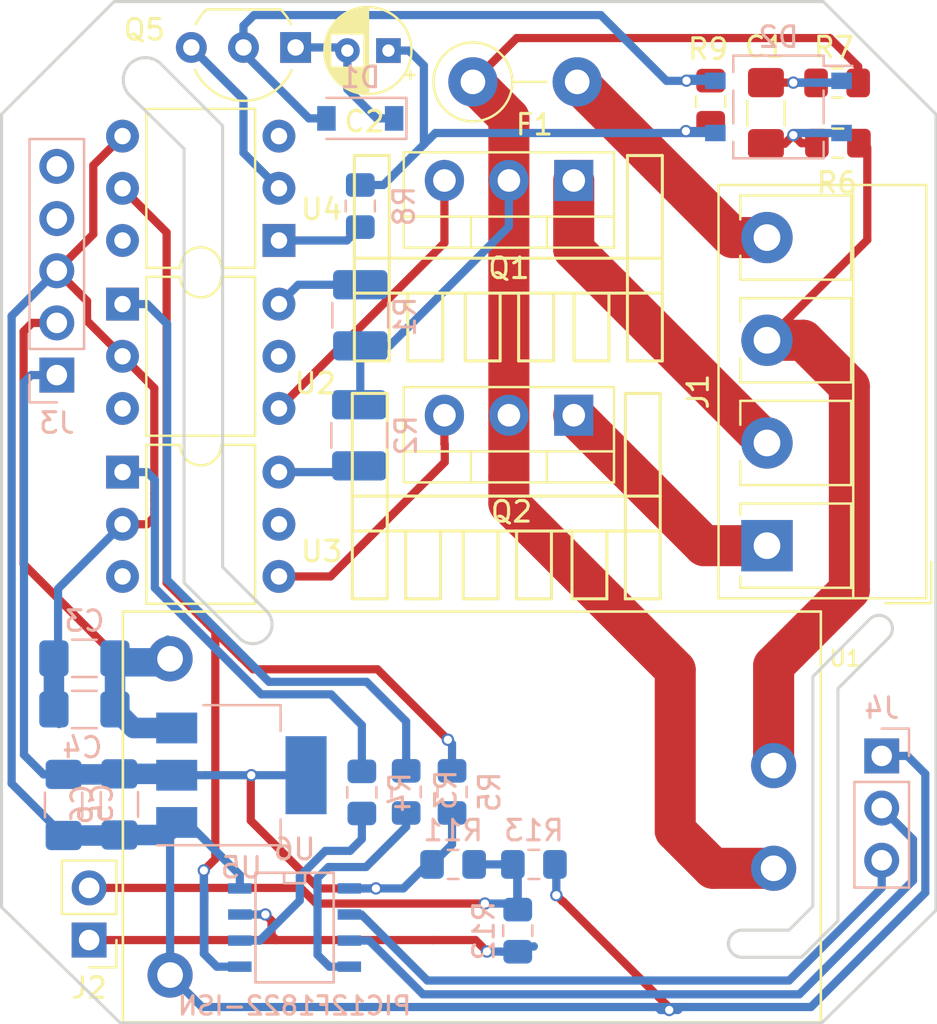
<source format=kicad_pcb>
(kicad_pcb (version 20171130) (host pcbnew 5.0.1)

  (general
    (thickness 1.6)
    (drawings 73)
    (tracks 301)
    (zones 0)
    (modules 36)
    (nets 29)
  )

  (page User 150.012 150.012)
  (title_block
    (title "RS485 Sensor Board")
    (date 2017-02-21)
    (rev V1.2)
    (company "Janco & Jacco")
  )

  (layers
    (0 F.Cu signal)
    (31 B.Cu signal)
    (32 B.Adhes user)
    (33 F.Adhes user)
    (34 B.Paste user)
    (35 F.Paste user)
    (36 B.SilkS user)
    (37 F.SilkS user)
    (38 B.Mask user)
    (39 F.Mask user)
    (40 Dwgs.User user hide)
    (41 Cmts.User user hide)
    (42 Eco1.User user hide)
    (43 Eco2.User user hide)
    (44 Edge.Cuts user)
    (45 Margin user hide)
    (46 B.CrtYd user)
    (47 F.CrtYd user)
    (48 B.Fab user hide)
    (49 F.Fab user hide)
  )

  (setup
    (last_trace_width 0.4)
    (user_trace_width 0.4)
    (user_trace_width 1)
    (user_trace_width 2)
    (trace_clearance 0.1)
    (zone_clearance 0.508)
    (zone_45_only yes)
    (trace_min 0.4)
    (segment_width 0.2)
    (edge_width 0.15)
    (via_size 0.6)
    (via_drill 0.4)
    (via_min_size 0.4)
    (via_min_drill 0.3)
    (uvia_size 0.3)
    (uvia_drill 0.1)
    (uvias_allowed no)
    (uvia_min_size 0.2)
    (uvia_min_drill 0.1)
    (pcb_text_width 0.3)
    (pcb_text_size 1.5 1.5)
    (mod_edge_width 0.15)
    (mod_text_size 1 1)
    (mod_text_width 0.15)
    (pad_size 1.905 2)
    (pad_drill 1.1)
    (pad_to_mask_clearance 0.2)
    (solder_mask_min_width 0.25)
    (aux_axis_origin 116.713 49.911)
    (grid_origin 54.483 49.6316)
    (visible_elements FFFFFF7F)
    (pcbplotparams
      (layerselection 0x3f0ff_80000001)
      (usegerberextensions false)
      (usegerberattributes false)
      (usegerberadvancedattributes false)
      (creategerberjobfile false)
      (excludeedgelayer true)
      (linewidth 0.100000)
      (plotframeref false)
      (viasonmask false)
      (mode 1)
      (useauxorigin false)
      (hpglpennumber 1)
      (hpglpenspeed 20)
      (hpglpendiameter 15.000000)
      (psnegative false)
      (psa4output false)
      (plotreference true)
      (plotvalue true)
      (plotinvisibletext false)
      (padsonsilk false)
      (subtractmaskfromsilk false)
      (outputformat 1)
      (mirror false)
      (drillshape 0)
      (scaleselection 1)
      (outputdirectory "outputv4/"))
  )

  (net 0 "")
  (net 1 GND)
  (net 2 "Net-(R1-Pad1)")
  (net 3 +3V3)
  (net 4 LINE)
  (net 5 NEUT)
  (net 6 "Net-(F1-Pad2)")
  (net 7 "Net-(J1-Pad1)")
  (net 8 "Net-(J1-Pad2)")
  (net 9 "Net-(Q1-Pad3)")
  (net 10 "Net-(Q2-Pad3)")
  (net 11 "Net-(R2-Pad1)")
  (net 12 "Net-(R3-Pad2)")
  (net 13 "Net-(R4-Pad2)")
  (net 14 "Net-(J4-Pad3)")
  (net 15 "Net-(C1-Pad1)")
  (net 16 "Net-(C1-Pad2)")
  (net 17 "Net-(C2-Pad1)")
  (net 18 "Net-(C2-Pad2)")
  (net 19 "Net-(D1-Pad2)")
  (net 20 "Net-(Q5-Pad3)")
  (net 21 "Net-(R8-Pad1)")
  (net 22 +5V)
  (net 23 "Net-(J4-Pad2)")
  (net 24 "Net-(R3-Pad1)")
  (net 25 "Net-(R4-Pad1)")
  (net 26 "Net-(R5-Pad2)")
  (net 27 "Net-(J2-Pad1)")
  (net 28 "Net-(J2-Pad2)")

  (net_class Default "Dit is de standaard class."
    (clearance 0.1)
    (trace_width 0.4)
    (via_dia 0.6)
    (via_drill 0.4)
    (uvia_dia 0.3)
    (uvia_drill 0.1)
    (diff_pair_gap 0.25)
    (diff_pair_width 0.4)
    (add_net +5V)
    (add_net "Net-(C1-Pad1)")
    (add_net "Net-(C1-Pad2)")
    (add_net "Net-(C2-Pad1)")
    (add_net "Net-(C2-Pad2)")
    (add_net "Net-(D1-Pad2)")
    (add_net "Net-(F1-Pad2)")
    (add_net "Net-(J1-Pad1)")
    (add_net "Net-(J1-Pad2)")
    (add_net "Net-(J2-Pad1)")
    (add_net "Net-(J2-Pad2)")
    (add_net "Net-(J4-Pad2)")
    (add_net "Net-(J4-Pad3)")
    (add_net "Net-(Q1-Pad3)")
    (add_net "Net-(Q2-Pad3)")
    (add_net "Net-(Q5-Pad3)")
    (add_net "Net-(R1-Pad1)")
    (add_net "Net-(R2-Pad1)")
    (add_net "Net-(R3-Pad1)")
    (add_net "Net-(R3-Pad2)")
    (add_net "Net-(R4-Pad1)")
    (add_net "Net-(R4-Pad2)")
    (add_net "Net-(R5-Pad2)")
    (add_net "Net-(R8-Pad1)")
  )

  (net_class 230V ""
    (clearance 0.4)
    (trace_width 2)
    (via_dia 0.6)
    (via_drill 0.4)
    (uvia_dia 0.3)
    (uvia_drill 0.1)
    (diff_pair_gap 0.25)
    (diff_pair_width 2)
    (add_net LINE)
    (add_net NEUT)
  )

  (net_class 3.3V ""
    (clearance 0.2)
    (trace_width 0.4)
    (via_dia 0.6)
    (via_drill 0.4)
    (uvia_dia 0.3)
    (uvia_drill 0.1)
    (diff_pair_gap 0.25)
    (diff_pair_width 0.4)
    (add_net +3V3)
    (add_net GND)
  )

  (net_class csp ""
    (clearance 0.2)
    (trace_width 1)
    (via_dia 0.6)
    (via_drill 0.4)
    (uvia_dia 0.3)
    (uvia_drill 0.1)
    (diff_pair_gap 0.25)
    (diff_pair_width 1)
  )

  (module Connector_PinHeader_2.54mm:PinHeader_1x02_P2.54mm_Vertical (layer F.Cu) (tedit 59FED5CC) (tstamp 5C07EDFF)
    (at 32.893 70.993 180)
    (descr "Through hole straight pin header, 1x02, 2.54mm pitch, single row")
    (tags "Through hole pin header THT 1x02 2.54mm single row")
    (path /5C0A8FE2)
    (fp_text reference J2 (at 0 -2.33 180) (layer F.SilkS)
      (effects (font (size 1 1) (thickness 0.15)))
    )
    (fp_text value "Conn_01x02_Male ZMCT" (at 0 4.87 180) (layer F.Fab)
      (effects (font (size 1 1) (thickness 0.15)))
    )
    (fp_line (start -0.635 -1.27) (end 1.27 -1.27) (layer F.Fab) (width 0.1))
    (fp_line (start 1.27 -1.27) (end 1.27 3.81) (layer F.Fab) (width 0.1))
    (fp_line (start 1.27 3.81) (end -1.27 3.81) (layer F.Fab) (width 0.1))
    (fp_line (start -1.27 3.81) (end -1.27 -0.635) (layer F.Fab) (width 0.1))
    (fp_line (start -1.27 -0.635) (end -0.635 -1.27) (layer F.Fab) (width 0.1))
    (fp_line (start -1.33 3.87) (end 1.33 3.87) (layer F.SilkS) (width 0.12))
    (fp_line (start -1.33 1.27) (end -1.33 3.87) (layer F.SilkS) (width 0.12))
    (fp_line (start 1.33 1.27) (end 1.33 3.87) (layer F.SilkS) (width 0.12))
    (fp_line (start -1.33 1.27) (end 1.33 1.27) (layer F.SilkS) (width 0.12))
    (fp_line (start -1.33 0) (end -1.33 -1.33) (layer F.SilkS) (width 0.12))
    (fp_line (start -1.33 -1.33) (end 0 -1.33) (layer F.SilkS) (width 0.12))
    (fp_line (start -1.8 -1.8) (end -1.8 4.35) (layer F.CrtYd) (width 0.05))
    (fp_line (start -1.8 4.35) (end 1.8 4.35) (layer F.CrtYd) (width 0.05))
    (fp_line (start 1.8 4.35) (end 1.8 -1.8) (layer F.CrtYd) (width 0.05))
    (fp_line (start 1.8 -1.8) (end -1.8 -1.8) (layer F.CrtYd) (width 0.05))
    (fp_text user %R (at 0 1.27 270) (layer F.Fab)
      (effects (font (size 1 1) (thickness 0.15)))
    )
    (pad 1 thru_hole rect (at 0 0 180) (size 1.7 1.7) (drill 1) (layers *.Cu *.Mask)
      (net 27 "Net-(J2-Pad1)"))
    (pad 2 thru_hole oval (at 0 2.54 180) (size 1.7 1.7) (drill 1) (layers *.Cu *.Mask)
      (net 28 "Net-(J2-Pad2)"))
    (model ${KISYS3DMOD}/Connector_PinHeader_2.54mm.3dshapes/PinHeader_1x02_P2.54mm_Vertical.wrl
      (at (xyz 0 0 0))
      (scale (xyz 1 1 1))
      (rotate (xyz 0 0 0))
    )
  )

  (module Package_TO_SOT_SMD:SOT-223-3_TabPin2 (layer B.Cu) (tedit 5A02FF57) (tstamp 5C063DCC)
    (at 40.3098 62.9666)
    (descr "module CMS SOT223 4 pins")
    (tags "CMS SOT")
    (path /5C03F772)
    (attr smd)
    (fp_text reference U5 (at 0 4.5) (layer B.SilkS)
      (effects (font (size 1 1) (thickness 0.15)) (justify mirror))
    )
    (fp_text value AMS1117-3.3 (at 0 -4.5) (layer B.Fab)
      (effects (font (size 1 1) (thickness 0.15)) (justify mirror))
    )
    (fp_text user %R (at 0 0 -90) (layer B.Fab)
      (effects (font (size 0.8 0.8) (thickness 0.12)) (justify mirror))
    )
    (fp_line (start 1.91 -3.41) (end 1.91 -2.15) (layer B.SilkS) (width 0.12))
    (fp_line (start 1.91 3.41) (end 1.91 2.15) (layer B.SilkS) (width 0.12))
    (fp_line (start 4.4 3.6) (end -4.4 3.6) (layer B.CrtYd) (width 0.05))
    (fp_line (start 4.4 -3.6) (end 4.4 3.6) (layer B.CrtYd) (width 0.05))
    (fp_line (start -4.4 -3.6) (end 4.4 -3.6) (layer B.CrtYd) (width 0.05))
    (fp_line (start -4.4 3.6) (end -4.4 -3.6) (layer B.CrtYd) (width 0.05))
    (fp_line (start -1.85 2.35) (end -0.85 3.35) (layer B.Fab) (width 0.1))
    (fp_line (start -1.85 2.35) (end -1.85 -3.35) (layer B.Fab) (width 0.1))
    (fp_line (start -1.85 -3.41) (end 1.91 -3.41) (layer B.SilkS) (width 0.12))
    (fp_line (start -0.85 3.35) (end 1.85 3.35) (layer B.Fab) (width 0.1))
    (fp_line (start -4.1 3.41) (end 1.91 3.41) (layer B.SilkS) (width 0.12))
    (fp_line (start -1.85 -3.35) (end 1.85 -3.35) (layer B.Fab) (width 0.1))
    (fp_line (start 1.85 3.35) (end 1.85 -3.35) (layer B.Fab) (width 0.1))
    (pad 2 smd rect (at 3.15 0) (size 2 3.8) (layers B.Cu B.Paste B.Mask)
      (net 3 +3V3))
    (pad 2 smd rect (at -3.15 0) (size 2 1.5) (layers B.Cu B.Paste B.Mask)
      (net 3 +3V3))
    (pad 3 smd rect (at -3.15 -2.3) (size 2 1.5) (layers B.Cu B.Paste B.Mask)
      (net 22 +5V))
    (pad 1 smd rect (at -3.15 2.3) (size 2 1.5) (layers B.Cu B.Paste B.Mask)
      (net 1 GND))
    (model ${KISYS3DMOD}/Package_TO_SOT_SMD.3dshapes/SOT-223.wrl
      (at (xyz 0 0 0))
      (scale (xyz 1 1 1))
      (rotate (xyz 0 0 0))
    )
  )

  (module Capacitor_SMD:C_1206_3216Metric_Pad1.42x1.75mm_HandSolder (layer B.Cu) (tedit 5B301BBE) (tstamp 5C06549D)
    (at 32.6644 59.7662 180)
    (descr "Capacitor SMD 1206 (3216 Metric), square (rectangular) end terminal, IPC_7351 nominal with elongated pad for handsoldering. (Body size source: http://www.tortai-tech.com/upload/download/2011102023233369053.pdf), generated with kicad-footprint-generator")
    (tags "capacitor handsolder")
    (path /5C03FBD0)
    (attr smd)
    (fp_text reference C4 (at 0.1016 -1.8542 180) (layer B.SilkS)
      (effects (font (size 1 1) (thickness 0.15)) (justify mirror))
    )
    (fp_text value 1uF (at 0 -1.82 180) (layer B.Fab)
      (effects (font (size 1 1) (thickness 0.15)) (justify mirror))
    )
    (fp_line (start -1.6 -0.8) (end -1.6 0.8) (layer B.Fab) (width 0.1))
    (fp_line (start -1.6 0.8) (end 1.6 0.8) (layer B.Fab) (width 0.1))
    (fp_line (start 1.6 0.8) (end 1.6 -0.8) (layer B.Fab) (width 0.1))
    (fp_line (start 1.6 -0.8) (end -1.6 -0.8) (layer B.Fab) (width 0.1))
    (fp_line (start -0.602064 0.91) (end 0.602064 0.91) (layer B.SilkS) (width 0.12))
    (fp_line (start -0.602064 -0.91) (end 0.602064 -0.91) (layer B.SilkS) (width 0.12))
    (fp_line (start -2.45 -1.12) (end -2.45 1.12) (layer B.CrtYd) (width 0.05))
    (fp_line (start -2.45 1.12) (end 2.45 1.12) (layer B.CrtYd) (width 0.05))
    (fp_line (start 2.45 1.12) (end 2.45 -1.12) (layer B.CrtYd) (width 0.05))
    (fp_line (start 2.45 -1.12) (end -2.45 -1.12) (layer B.CrtYd) (width 0.05))
    (fp_text user %R (at 0 0 180) (layer B.Fab)
      (effects (font (size 0.8 0.8) (thickness 0.12)) (justify mirror))
    )
    (pad 1 smd roundrect (at -1.4875 0 180) (size 1.425 1.75) (layers B.Cu B.Paste B.Mask) (roundrect_rratio 0.175439)
      (net 22 +5V))
    (pad 2 smd roundrect (at 1.4875 0 180) (size 1.425 1.75) (layers B.Cu B.Paste B.Mask) (roundrect_rratio 0.175439)
      (net 1 GND))
    (model ${KISYS3DMOD}/Capacitor_SMD.3dshapes/C_1206_3216Metric.wrl
      (at (xyz 0 0 0))
      (scale (xyz 1 1 1))
      (rotate (xyz 0 0 0))
    )
  )

  (module Capacitor_SMD:C_1206_3216Metric_Pad1.42x1.75mm_HandSolder (layer F.Cu) (tedit 5B301BBE) (tstamp 5C07686C)
    (at 65.8622 30.734 90)
    (descr "Capacitor SMD 1206 (3216 Metric), square (rectangular) end terminal, IPC_7351 nominal with elongated pad for handsoldering. (Body size source: http://www.tortai-tech.com/upload/download/2011102023233369053.pdf), generated with kicad-footprint-generator")
    (tags "capacitor handsolder")
    (path /5C02CCF7)
    (attr smd)
    (fp_text reference C1 (at 3.2258 -0.0508 180) (layer F.SilkS)
      (effects (font (size 1 1) (thickness 0.15)))
    )
    (fp_text value 1nF (at 0 1.82 90) (layer F.Fab)
      (effects (font (size 1 1) (thickness 0.15)))
    )
    (fp_line (start -1.6 0.8) (end -1.6 -0.8) (layer F.Fab) (width 0.1))
    (fp_line (start -1.6 -0.8) (end 1.6 -0.8) (layer F.Fab) (width 0.1))
    (fp_line (start 1.6 -0.8) (end 1.6 0.8) (layer F.Fab) (width 0.1))
    (fp_line (start 1.6 0.8) (end -1.6 0.8) (layer F.Fab) (width 0.1))
    (fp_line (start -0.602064 -0.91) (end 0.602064 -0.91) (layer F.SilkS) (width 0.12))
    (fp_line (start -0.602064 0.91) (end 0.602064 0.91) (layer F.SilkS) (width 0.12))
    (fp_line (start -2.45 1.12) (end -2.45 -1.12) (layer F.CrtYd) (width 0.05))
    (fp_line (start -2.45 -1.12) (end 2.45 -1.12) (layer F.CrtYd) (width 0.05))
    (fp_line (start 2.45 -1.12) (end 2.45 1.12) (layer F.CrtYd) (width 0.05))
    (fp_line (start 2.45 1.12) (end -2.45 1.12) (layer F.CrtYd) (width 0.05))
    (fp_text user %R (at 0 0 90) (layer F.Fab)
      (effects (font (size 0.8 0.8) (thickness 0.12)))
    )
    (pad 1 smd roundrect (at -1.4875 0 90) (size 1.425 1.75) (layers F.Cu F.Paste F.Mask) (roundrect_rratio 0.175439)
      (net 15 "Net-(C1-Pad1)"))
    (pad 2 smd roundrect (at 1.4875 0 90) (size 1.425 1.75) (layers F.Cu F.Paste F.Mask) (roundrect_rratio 0.175439)
      (net 16 "Net-(C1-Pad2)"))
    (model ${KISYS3DMOD}/Capacitor_SMD.3dshapes/C_1206_3216Metric.wrl
      (at (xyz 0 0 0))
      (scale (xyz 1 1 1))
      (rotate (xyz 0 0 0))
    )
  )

  (module Capacitor_THT:CP_Radial_D4.0mm_P2.00mm (layer F.Cu) (tedit 5AE50EF0) (tstamp 5C030D26)
    (at 47.4726 27.686 180)
    (descr "CP, Radial series, Radial, pin pitch=2.00mm, , diameter=4mm, Electrolytic Capacitor")
    (tags "CP Radial series Radial pin pitch 2.00mm  diameter 4mm Electrolytic Capacitor")
    (path /5C033FAB)
    (fp_text reference C2 (at 1.1684 -3.4544 180) (layer F.SilkS)
      (effects (font (size 1 1) (thickness 0.15)))
    )
    (fp_text value 10uF/10V (at 1 3.25 180) (layer F.Fab)
      (effects (font (size 1 1) (thickness 0.15)))
    )
    (fp_text user %R (at 1 0 180) (layer F.Fab)
      (effects (font (size 0.8 0.8) (thickness 0.12)))
    )
    (fp_line (start -1.069801 -1.395) (end -1.069801 -0.995) (layer F.SilkS) (width 0.12))
    (fp_line (start -1.269801 -1.195) (end -0.869801 -1.195) (layer F.SilkS) (width 0.12))
    (fp_line (start 3.081 -0.37) (end 3.081 0.37) (layer F.SilkS) (width 0.12))
    (fp_line (start 3.041 -0.537) (end 3.041 0.537) (layer F.SilkS) (width 0.12))
    (fp_line (start 3.001 -0.664) (end 3.001 0.664) (layer F.SilkS) (width 0.12))
    (fp_line (start 2.961 -0.768) (end 2.961 0.768) (layer F.SilkS) (width 0.12))
    (fp_line (start 2.921 -0.859) (end 2.921 0.859) (layer F.SilkS) (width 0.12))
    (fp_line (start 2.881 -0.94) (end 2.881 0.94) (layer F.SilkS) (width 0.12))
    (fp_line (start 2.841 -1.013) (end 2.841 1.013) (layer F.SilkS) (width 0.12))
    (fp_line (start 2.801 0.84) (end 2.801 1.08) (layer F.SilkS) (width 0.12))
    (fp_line (start 2.801 -1.08) (end 2.801 -0.84) (layer F.SilkS) (width 0.12))
    (fp_line (start 2.761 0.84) (end 2.761 1.142) (layer F.SilkS) (width 0.12))
    (fp_line (start 2.761 -1.142) (end 2.761 -0.84) (layer F.SilkS) (width 0.12))
    (fp_line (start 2.721 0.84) (end 2.721 1.2) (layer F.SilkS) (width 0.12))
    (fp_line (start 2.721 -1.2) (end 2.721 -0.84) (layer F.SilkS) (width 0.12))
    (fp_line (start 2.681 0.84) (end 2.681 1.254) (layer F.SilkS) (width 0.12))
    (fp_line (start 2.681 -1.254) (end 2.681 -0.84) (layer F.SilkS) (width 0.12))
    (fp_line (start 2.641 0.84) (end 2.641 1.304) (layer F.SilkS) (width 0.12))
    (fp_line (start 2.641 -1.304) (end 2.641 -0.84) (layer F.SilkS) (width 0.12))
    (fp_line (start 2.601 0.84) (end 2.601 1.351) (layer F.SilkS) (width 0.12))
    (fp_line (start 2.601 -1.351) (end 2.601 -0.84) (layer F.SilkS) (width 0.12))
    (fp_line (start 2.561 0.84) (end 2.561 1.396) (layer F.SilkS) (width 0.12))
    (fp_line (start 2.561 -1.396) (end 2.561 -0.84) (layer F.SilkS) (width 0.12))
    (fp_line (start 2.521 0.84) (end 2.521 1.438) (layer F.SilkS) (width 0.12))
    (fp_line (start 2.521 -1.438) (end 2.521 -0.84) (layer F.SilkS) (width 0.12))
    (fp_line (start 2.481 0.84) (end 2.481 1.478) (layer F.SilkS) (width 0.12))
    (fp_line (start 2.481 -1.478) (end 2.481 -0.84) (layer F.SilkS) (width 0.12))
    (fp_line (start 2.441 0.84) (end 2.441 1.516) (layer F.SilkS) (width 0.12))
    (fp_line (start 2.441 -1.516) (end 2.441 -0.84) (layer F.SilkS) (width 0.12))
    (fp_line (start 2.401 0.84) (end 2.401 1.552) (layer F.SilkS) (width 0.12))
    (fp_line (start 2.401 -1.552) (end 2.401 -0.84) (layer F.SilkS) (width 0.12))
    (fp_line (start 2.361 0.84) (end 2.361 1.587) (layer F.SilkS) (width 0.12))
    (fp_line (start 2.361 -1.587) (end 2.361 -0.84) (layer F.SilkS) (width 0.12))
    (fp_line (start 2.321 0.84) (end 2.321 1.619) (layer F.SilkS) (width 0.12))
    (fp_line (start 2.321 -1.619) (end 2.321 -0.84) (layer F.SilkS) (width 0.12))
    (fp_line (start 2.281 0.84) (end 2.281 1.65) (layer F.SilkS) (width 0.12))
    (fp_line (start 2.281 -1.65) (end 2.281 -0.84) (layer F.SilkS) (width 0.12))
    (fp_line (start 2.241 0.84) (end 2.241 1.68) (layer F.SilkS) (width 0.12))
    (fp_line (start 2.241 -1.68) (end 2.241 -0.84) (layer F.SilkS) (width 0.12))
    (fp_line (start 2.201 0.84) (end 2.201 1.708) (layer F.SilkS) (width 0.12))
    (fp_line (start 2.201 -1.708) (end 2.201 -0.84) (layer F.SilkS) (width 0.12))
    (fp_line (start 2.161 0.84) (end 2.161 1.735) (layer F.SilkS) (width 0.12))
    (fp_line (start 2.161 -1.735) (end 2.161 -0.84) (layer F.SilkS) (width 0.12))
    (fp_line (start 2.121 0.84) (end 2.121 1.76) (layer F.SilkS) (width 0.12))
    (fp_line (start 2.121 -1.76) (end 2.121 -0.84) (layer F.SilkS) (width 0.12))
    (fp_line (start 2.081 0.84) (end 2.081 1.785) (layer F.SilkS) (width 0.12))
    (fp_line (start 2.081 -1.785) (end 2.081 -0.84) (layer F.SilkS) (width 0.12))
    (fp_line (start 2.041 0.84) (end 2.041 1.808) (layer F.SilkS) (width 0.12))
    (fp_line (start 2.041 -1.808) (end 2.041 -0.84) (layer F.SilkS) (width 0.12))
    (fp_line (start 2.001 0.84) (end 2.001 1.83) (layer F.SilkS) (width 0.12))
    (fp_line (start 2.001 -1.83) (end 2.001 -0.84) (layer F.SilkS) (width 0.12))
    (fp_line (start 1.961 0.84) (end 1.961 1.851) (layer F.SilkS) (width 0.12))
    (fp_line (start 1.961 -1.851) (end 1.961 -0.84) (layer F.SilkS) (width 0.12))
    (fp_line (start 1.921 0.84) (end 1.921 1.87) (layer F.SilkS) (width 0.12))
    (fp_line (start 1.921 -1.87) (end 1.921 -0.84) (layer F.SilkS) (width 0.12))
    (fp_line (start 1.881 0.84) (end 1.881 1.889) (layer F.SilkS) (width 0.12))
    (fp_line (start 1.881 -1.889) (end 1.881 -0.84) (layer F.SilkS) (width 0.12))
    (fp_line (start 1.841 0.84) (end 1.841 1.907) (layer F.SilkS) (width 0.12))
    (fp_line (start 1.841 -1.907) (end 1.841 -0.84) (layer F.SilkS) (width 0.12))
    (fp_line (start 1.801 0.84) (end 1.801 1.924) (layer F.SilkS) (width 0.12))
    (fp_line (start 1.801 -1.924) (end 1.801 -0.84) (layer F.SilkS) (width 0.12))
    (fp_line (start 1.761 0.84) (end 1.761 1.94) (layer F.SilkS) (width 0.12))
    (fp_line (start 1.761 -1.94) (end 1.761 -0.84) (layer F.SilkS) (width 0.12))
    (fp_line (start 1.721 0.84) (end 1.721 1.954) (layer F.SilkS) (width 0.12))
    (fp_line (start 1.721 -1.954) (end 1.721 -0.84) (layer F.SilkS) (width 0.12))
    (fp_line (start 1.68 0.84) (end 1.68 1.968) (layer F.SilkS) (width 0.12))
    (fp_line (start 1.68 -1.968) (end 1.68 -0.84) (layer F.SilkS) (width 0.12))
    (fp_line (start 1.64 0.84) (end 1.64 1.982) (layer F.SilkS) (width 0.12))
    (fp_line (start 1.64 -1.982) (end 1.64 -0.84) (layer F.SilkS) (width 0.12))
    (fp_line (start 1.6 0.84) (end 1.6 1.994) (layer F.SilkS) (width 0.12))
    (fp_line (start 1.6 -1.994) (end 1.6 -0.84) (layer F.SilkS) (width 0.12))
    (fp_line (start 1.56 0.84) (end 1.56 2.005) (layer F.SilkS) (width 0.12))
    (fp_line (start 1.56 -2.005) (end 1.56 -0.84) (layer F.SilkS) (width 0.12))
    (fp_line (start 1.52 0.84) (end 1.52 2.016) (layer F.SilkS) (width 0.12))
    (fp_line (start 1.52 -2.016) (end 1.52 -0.84) (layer F.SilkS) (width 0.12))
    (fp_line (start 1.48 0.84) (end 1.48 2.025) (layer F.SilkS) (width 0.12))
    (fp_line (start 1.48 -2.025) (end 1.48 -0.84) (layer F.SilkS) (width 0.12))
    (fp_line (start 1.44 0.84) (end 1.44 2.034) (layer F.SilkS) (width 0.12))
    (fp_line (start 1.44 -2.034) (end 1.44 -0.84) (layer F.SilkS) (width 0.12))
    (fp_line (start 1.4 0.84) (end 1.4 2.042) (layer F.SilkS) (width 0.12))
    (fp_line (start 1.4 -2.042) (end 1.4 -0.84) (layer F.SilkS) (width 0.12))
    (fp_line (start 1.36 0.84) (end 1.36 2.05) (layer F.SilkS) (width 0.12))
    (fp_line (start 1.36 -2.05) (end 1.36 -0.84) (layer F.SilkS) (width 0.12))
    (fp_line (start 1.32 0.84) (end 1.32 2.056) (layer F.SilkS) (width 0.12))
    (fp_line (start 1.32 -2.056) (end 1.32 -0.84) (layer F.SilkS) (width 0.12))
    (fp_line (start 1.28 0.84) (end 1.28 2.062) (layer F.SilkS) (width 0.12))
    (fp_line (start 1.28 -2.062) (end 1.28 -0.84) (layer F.SilkS) (width 0.12))
    (fp_line (start 1.24 0.84) (end 1.24 2.067) (layer F.SilkS) (width 0.12))
    (fp_line (start 1.24 -2.067) (end 1.24 -0.84) (layer F.SilkS) (width 0.12))
    (fp_line (start 1.2 0.84) (end 1.2 2.071) (layer F.SilkS) (width 0.12))
    (fp_line (start 1.2 -2.071) (end 1.2 -0.84) (layer F.SilkS) (width 0.12))
    (fp_line (start 1.16 -2.074) (end 1.16 2.074) (layer F.SilkS) (width 0.12))
    (fp_line (start 1.12 -2.077) (end 1.12 2.077) (layer F.SilkS) (width 0.12))
    (fp_line (start 1.08 -2.079) (end 1.08 2.079) (layer F.SilkS) (width 0.12))
    (fp_line (start 1.04 -2.08) (end 1.04 2.08) (layer F.SilkS) (width 0.12))
    (fp_line (start 1 -2.08) (end 1 2.08) (layer F.SilkS) (width 0.12))
    (fp_line (start -0.502554 -1.0675) (end -0.502554 -0.6675) (layer F.Fab) (width 0.1))
    (fp_line (start -0.702554 -0.8675) (end -0.302554 -0.8675) (layer F.Fab) (width 0.1))
    (fp_circle (center 1 0) (end 3.25 0) (layer F.CrtYd) (width 0.05))
    (fp_circle (center 1 0) (end 3.12 0) (layer F.SilkS) (width 0.12))
    (fp_circle (center 1 0) (end 3 0) (layer F.Fab) (width 0.1))
    (pad 2 thru_hole circle (at 2 0 180) (size 1.2 1.2) (drill 0.6) (layers *.Cu *.Mask)
      (net 18 "Net-(C2-Pad2)"))
    (pad 1 thru_hole rect (at 0 0 180) (size 1.2 1.2) (drill 0.6) (layers *.Cu *.Mask)
      (net 17 "Net-(C2-Pad1)"))
    (model ${KISYS3DMOD}/Capacitor_THT.3dshapes/CP_Radial_D4.0mm_P2.00mm.wrl
      (at (xyz 0 0 0))
      (scale (xyz 1 1 1))
      (rotate (xyz 0 0 0))
    )
  )

  (module Package_TO_SOT_THT:TO-92_Inline_Wide (layer F.Cu) (tedit 5A02FF81) (tstamp 5C0536EB)
    (at 42.9514 27.5336 180)
    (descr "TO-92 leads in-line, wide, drill 0.75mm (see NXP sot054_po.pdf)")
    (tags "to-92 sc-43 sc-43a sot54 PA33 transistor")
    (path /5C02F97C)
    (fp_text reference Q5 (at 7.366 0.8636 180) (layer F.SilkS)
      (effects (font (size 1 1) (thickness 0.15)))
    )
    (fp_text value 2N3904 (at 2.54 2.79 180) (layer F.Fab)
      (effects (font (size 1 1) (thickness 0.15)))
    )
    (fp_arc (start 2.54 0) (end 4.34 1.85) (angle -20) (layer F.SilkS) (width 0.12))
    (fp_arc (start 2.54 0) (end 2.54 -2.48) (angle -135) (layer F.Fab) (width 0.1))
    (fp_arc (start 2.54 0) (end 2.54 -2.48) (angle 135) (layer F.Fab) (width 0.1))
    (fp_arc (start 2.54 0) (end 2.54 -2.6) (angle 65) (layer F.SilkS) (width 0.12))
    (fp_arc (start 2.54 0) (end 2.54 -2.6) (angle -65) (layer F.SilkS) (width 0.12))
    (fp_arc (start 2.54 0) (end 0.74 1.85) (angle 20) (layer F.SilkS) (width 0.12))
    (fp_line (start 6.09 2.01) (end -1.01 2.01) (layer F.CrtYd) (width 0.05))
    (fp_line (start 6.09 2.01) (end 6.09 -2.73) (layer F.CrtYd) (width 0.05))
    (fp_line (start -1.01 -2.73) (end -1.01 2.01) (layer F.CrtYd) (width 0.05))
    (fp_line (start -1.01 -2.73) (end 6.09 -2.73) (layer F.CrtYd) (width 0.05))
    (fp_line (start 0.8 1.75) (end 4.3 1.75) (layer F.Fab) (width 0.1))
    (fp_line (start 0.74 1.85) (end 4.34 1.85) (layer F.SilkS) (width 0.12))
    (fp_text user %R (at 2.54 -3.56 180) (layer F.Fab)
      (effects (font (size 1 1) (thickness 0.15)))
    )
    (pad 1 thru_hole rect (at 0 0 270) (size 1.5 1.5) (drill 0.8) (layers *.Cu *.Mask)
      (net 18 "Net-(C2-Pad2)"))
    (pad 3 thru_hole circle (at 5.08 0 270) (size 1.5 1.5) (drill 0.8) (layers *.Cu *.Mask)
      (net 20 "Net-(Q5-Pad3)"))
    (pad 2 thru_hole circle (at 2.54 0 270) (size 1.5 1.5) (drill 0.8) (layers *.Cu *.Mask)
      (net 19 "Net-(D1-Pad2)"))
    (model ${KISYS3DMOD}/Package_TO_SOT_THT.3dshapes/TO-92_Inline_Wide.wrl
      (at (xyz 0 0 0))
      (scale (xyz 1 1 1))
      (rotate (xyz 0 0 0))
    )
  )

  (module Package_DIP:DIP-6_W7.62mm (layer F.Cu) (tedit 5A02E8C5) (tstamp 5C05DBD4)
    (at 34.5186 40.0304)
    (descr "6-lead though-hole mounted DIP package, row spacing 7.62 mm (300 mils)")
    (tags "THT DIP DIL PDIP 2.54mm 7.62mm 300mil")
    (path /5BFAEA80)
    (fp_text reference U2 (at 9.398 3.8608) (layer F.SilkS)
      (effects (font (size 1 1) (thickness 0.15)))
    )
    (fp_text value MOC3052 (at 3.81 7.41) (layer F.Fab)
      (effects (font (size 1 1) (thickness 0.15)))
    )
    (fp_text user %R (at 2.7432 1.8288) (layer F.Fab)
      (effects (font (size 1 1) (thickness 0.15)))
    )
    (fp_line (start 8.7 -1.55) (end -1.1 -1.55) (layer F.CrtYd) (width 0.05))
    (fp_line (start 8.7 6.6) (end 8.7 -1.55) (layer F.CrtYd) (width 0.05))
    (fp_line (start -1.1 6.6) (end 8.7 6.6) (layer F.CrtYd) (width 0.05))
    (fp_line (start -1.1 -1.55) (end -1.1 6.6) (layer F.CrtYd) (width 0.05))
    (fp_line (start 6.46 -1.33) (end 4.81 -1.33) (layer F.SilkS) (width 0.12))
    (fp_line (start 6.46 6.41) (end 6.46 -1.33) (layer F.SilkS) (width 0.12))
    (fp_line (start 1.16 6.41) (end 6.46 6.41) (layer F.SilkS) (width 0.12))
    (fp_line (start 1.16 -1.33) (end 1.16 6.41) (layer F.SilkS) (width 0.12))
    (fp_line (start 2.81 -1.33) (end 1.16 -1.33) (layer F.SilkS) (width 0.12))
    (fp_line (start 0.635 -0.27) (end 1.635 -1.27) (layer F.Fab) (width 0.1))
    (fp_line (start 0.635 6.35) (end 0.635 -0.27) (layer F.Fab) (width 0.1))
    (fp_line (start 6.985 6.35) (end 0.635 6.35) (layer F.Fab) (width 0.1))
    (fp_line (start 6.985 -1.27) (end 6.985 6.35) (layer F.Fab) (width 0.1))
    (fp_line (start 1.635 -1.27) (end 6.985 -1.27) (layer F.Fab) (width 0.1))
    (fp_arc (start 3.81 -1.33) (end 2.81 -1.33) (angle -180) (layer F.SilkS) (width 0.12))
    (pad 6 thru_hole oval (at 7.62 0) (size 1.6 1.6) (drill 0.8) (layers *.Cu *.Mask)
      (net 2 "Net-(R1-Pad1)"))
    (pad 3 thru_hole oval (at 0 5.08) (size 1.6 1.6) (drill 0.8) (layers *.Cu *.Mask))
    (pad 5 thru_hole oval (at 7.62 2.54) (size 1.6 1.6) (drill 0.8) (layers *.Cu *.Mask))
    (pad 2 thru_hole oval (at 0 2.54) (size 1.6 1.6) (drill 0.8) (layers *.Cu *.Mask)
      (net 1 GND))
    (pad 4 thru_hole oval (at 7.62 5.08) (size 1.6 1.6) (drill 0.8) (layers *.Cu *.Mask)
      (net 9 "Net-(Q1-Pad3)"))
    (pad 1 thru_hole rect (at 0 0) (size 1.6 1.6) (drill 0.8) (layers *.Cu *.Mask)
      (net 12 "Net-(R3-Pad2)"))
    (model ${KISYS3DMOD}/Package_DIP.3dshapes/DIP-6_W7.62mm.wrl
      (at (xyz 0 0 0))
      (scale (xyz 1 1 1))
      (rotate (xyz 0 0 0))
    )
  )

  (module sensorboard_library:TO-220-heatsink locked (layer F.Cu) (tedit 5C02D628) (tstamp 5C04FF49)
    (at 53.3146 37.7952)
    (attr virtual)
    (fp_text reference REF** (at 0.2 -1.8) (layer F.SilkS) hide
      (effects (font (size 1 1) (thickness 0.15)))
    )
    (fp_text value TO-220-heatsink (at 0 -3.81) (layer F.Fab)
      (effects (font (size 1 1) (thickness 0.15)))
    )
    (fp_line (start -2.1 5) (end -0.4 5) (layer F.SilkS) (width 0.15))
    (fp_line (start -2.1 1.7) (end -2.1 5) (layer F.SilkS) (width 0.15))
    (fp_line (start -0.4 5) (end -0.4 1.7) (layer F.SilkS) (width 0.15))
    (fp_line (start 4.9 5) (end 4.9 1.7) (layer F.SilkS) (width 0.15))
    (fp_line (start 3.2 1.7) (end 3.2 5) (layer F.SilkS) (width 0.15))
    (fp_line (start 3.2 5) (end 4.9 5) (layer F.SilkS) (width 0.15))
    (fp_line (start 2.2 5) (end 2.2 1.7) (layer F.SilkS) (width 0.15))
    (fp_line (start 0.5 1.7) (end 0.5 5) (layer F.SilkS) (width 0.15))
    (fp_line (start 0.5 5) (end 2.2 5) (layer F.SilkS) (width 0.15))
    (fp_line (start -3.2 5) (end -3.2 1.7) (layer F.SilkS) (width 0.15))
    (fp_line (start -4.9 5) (end -3.2 5) (layer F.SilkS) (width 0.15))
    (fp_line (start -4.9 1.7) (end -4.9 5) (layer F.SilkS) (width 0.15))
    (fp_line (start 7.5 5) (end 7.5 1.7) (layer F.SilkS) (width 0.15))
    (fp_line (start 5.8 5) (end 7.5 5) (layer F.SilkS) (width 0.15))
    (fp_line (start 5.8 1.7) (end 5.8 5) (layer F.SilkS) (width 0.15))
    (fp_line (start -5.8 5) (end -5.8 0.9) (layer F.SilkS) (width 0.15))
    (fp_line (start -7.5 5) (end -5.8 5) (layer F.SilkS) (width 0.15))
    (fp_line (start -7.5 0) (end -7.5 5) (layer F.SilkS) (width 0.15))
    (fp_line (start -5.8 1.7) (end 5.9 1.7) (layer F.SilkS) (width 0.15))
    (fp_line (start 5.8 1.7) (end 5.8 0) (layer F.SilkS) (width 0.15))
    (fp_line (start 7.5 1.7) (end 5.8 1.7) (layer F.SilkS) (width 0.15))
    (fp_line (start 7.5 0) (end 7.5 1.7) (layer F.SilkS) (width 0.15))
    (fp_line (start -5.8 1.7) (end -5.8 -0.1) (layer F.SilkS) (width 0.15))
    (fp_line (start -7.5 1.7) (end -5.8 1.7) (layer F.SilkS) (width 0.15))
    (fp_line (start -7.5 0) (end -7.5 1.7) (layer F.SilkS) (width 0.15))
    (fp_line (start -5.8 -5) (end -5.8 0) (layer F.SilkS) (width 0.15))
    (fp_line (start -7.5 -5) (end -5.8 -5) (layer F.SilkS) (width 0.15))
    (fp_line (start -7.5 0) (end -7.5 -5) (layer F.SilkS) (width 0.15))
    (fp_line (start 5.8 -5) (end 5.8 0) (layer F.SilkS) (width 0.15))
    (fp_line (start 7.5 -5) (end 5.8 -5) (layer F.SilkS) (width 0.15))
    (fp_line (start 7.5 0) (end 7.5 -5) (layer F.SilkS) (width 0.15))
    (fp_line (start 7.5 0) (end -7.5 0) (layer F.SilkS) (width 0.15))
  )

  (module Diode_SMD:D_SOD-123 (layer B.Cu) (tedit 58645DC7) (tstamp 5C1C20FA)
    (at 46.101 30.988 180)
    (descr SOD-123)
    (tags SOD-123)
    (path /5C00D522)
    (attr smd)
    (fp_text reference D1 (at 0 2 180) (layer B.SilkS)
      (effects (font (size 1 1) (thickness 0.15)) (justify mirror))
    )
    (fp_text value IN4148 (at 0 -2.1 180) (layer B.Fab)
      (effects (font (size 1 1) (thickness 0.15)) (justify mirror))
    )
    (fp_line (start -2.25 1) (end 1.65 1) (layer B.SilkS) (width 0.12))
    (fp_line (start -2.25 -1) (end 1.65 -1) (layer B.SilkS) (width 0.12))
    (fp_line (start -2.35 1.15) (end -2.35 -1.15) (layer B.CrtYd) (width 0.05))
    (fp_line (start 2.35 -1.15) (end -2.35 -1.15) (layer B.CrtYd) (width 0.05))
    (fp_line (start 2.35 1.15) (end 2.35 -1.15) (layer B.CrtYd) (width 0.05))
    (fp_line (start -2.35 1.15) (end 2.35 1.15) (layer B.CrtYd) (width 0.05))
    (fp_line (start -1.4 0.9) (end 1.4 0.9) (layer B.Fab) (width 0.1))
    (fp_line (start 1.4 0.9) (end 1.4 -0.9) (layer B.Fab) (width 0.1))
    (fp_line (start 1.4 -0.9) (end -1.4 -0.9) (layer B.Fab) (width 0.1))
    (fp_line (start -1.4 -0.9) (end -1.4 0.9) (layer B.Fab) (width 0.1))
    (fp_line (start -0.75 0) (end -0.35 0) (layer B.Fab) (width 0.1))
    (fp_line (start -0.35 0) (end -0.35 0.55) (layer B.Fab) (width 0.1))
    (fp_line (start -0.35 0) (end -0.35 -0.55) (layer B.Fab) (width 0.1))
    (fp_line (start -0.35 0) (end 0.25 0.4) (layer B.Fab) (width 0.1))
    (fp_line (start 0.25 0.4) (end 0.25 -0.4) (layer B.Fab) (width 0.1))
    (fp_line (start 0.25 -0.4) (end -0.35 0) (layer B.Fab) (width 0.1))
    (fp_line (start 0.25 0) (end 0.75 0) (layer B.Fab) (width 0.1))
    (fp_line (start -2.25 1) (end -2.25 -1) (layer B.SilkS) (width 0.12))
    (fp_text user %R (at 0 2 180) (layer B.Fab)
      (effects (font (size 1 1) (thickness 0.15)) (justify mirror))
    )
    (pad 2 smd rect (at 1.65 0 180) (size 0.9 1.2) (layers B.Cu B.Paste B.Mask)
      (net 19 "Net-(D1-Pad2)"))
    (pad 1 smd rect (at -1.65 0 180) (size 0.9 1.2) (layers B.Cu B.Paste B.Mask)
      (net 18 "Net-(C2-Pad2)"))
    (model ${KISYS3DMOD}/Diode_SMD.3dshapes/D_SOD-123.wrl
      (at (xyz 0 0 0))
      (scale (xyz 1 1 1))
      (rotate (xyz 0 0 0))
    )
  )

  (module Resistor_SMD:R_0805_2012Metric_Pad1.15x1.40mm_HandSolder (layer B.Cu) (tedit 5B36C52B) (tstamp 5C0654D3)
    (at 48.3362 63.7794 90)
    (descr "Resistor SMD 0805 (2012 Metric), square (rectangular) end terminal, IPC_7351 nominal with elongated pad for handsoldering. (Body size source: https://docs.google.com/spreadsheets/d/1BsfQQcO9C6DZCsRaXUlFlo91Tg2WpOkGARC1WS5S8t0/edit?usp=sharing), generated with kicad-footprint-generator")
    (tags "resistor handsolder")
    (path /5BFAEEBD)
    (attr smd)
    (fp_text reference R3 (at 0.1016 1.9304 90) (layer B.SilkS)
      (effects (font (size 1 1) (thickness 0.15)) (justify mirror))
    )
    (fp_text value 100 (at 0 -1.65 90) (layer B.Fab)
      (effects (font (size 1 1) (thickness 0.15)) (justify mirror))
    )
    (fp_text user %R (at 0 0 90) (layer B.Fab)
      (effects (font (size 0.5 0.5) (thickness 0.08)) (justify mirror))
    )
    (fp_line (start 1.85 -0.95) (end -1.85 -0.95) (layer B.CrtYd) (width 0.05))
    (fp_line (start 1.85 0.95) (end 1.85 -0.95) (layer B.CrtYd) (width 0.05))
    (fp_line (start -1.85 0.95) (end 1.85 0.95) (layer B.CrtYd) (width 0.05))
    (fp_line (start -1.85 -0.95) (end -1.85 0.95) (layer B.CrtYd) (width 0.05))
    (fp_line (start -0.261252 -0.71) (end 0.261252 -0.71) (layer B.SilkS) (width 0.12))
    (fp_line (start -0.261252 0.71) (end 0.261252 0.71) (layer B.SilkS) (width 0.12))
    (fp_line (start 1 -0.6) (end -1 -0.6) (layer B.Fab) (width 0.1))
    (fp_line (start 1 0.6) (end 1 -0.6) (layer B.Fab) (width 0.1))
    (fp_line (start -1 0.6) (end 1 0.6) (layer B.Fab) (width 0.1))
    (fp_line (start -1 -0.6) (end -1 0.6) (layer B.Fab) (width 0.1))
    (pad 2 smd roundrect (at 1.025 0 90) (size 1.15 1.4) (layers B.Cu B.Paste B.Mask) (roundrect_rratio 0.217391)
      (net 12 "Net-(R3-Pad2)"))
    (pad 1 smd roundrect (at -1.025 0 90) (size 1.15 1.4) (layers B.Cu B.Paste B.Mask) (roundrect_rratio 0.217391)
      (net 24 "Net-(R3-Pad1)"))
    (model ${KISYS3DMOD}/Resistor_SMD.3dshapes/R_0805_2012Metric.wrl
      (at (xyz 0 0 0))
      (scale (xyz 1 1 1))
      (rotate (xyz 0 0 0))
    )
  )

  (module Power_Supply:HLK-PM03 locked (layer F.Cu) (tedit 58C3763E) (tstamp 5C042BBA)
    (at 51.5366 64.9986 180)
    (path /5BFAD944)
    (fp_text reference U1 (at -18.1864 7.7216) (layer F.SilkS)
      (effects (font (size 0.762 0.762) (thickness 0.127)))
    )
    (fp_text value HLK-PM05 (at 0 11 180) (layer F.Fab)
      (effects (font (size 0.762 0.762) (thickness 0.127)))
    )
    (fp_line (start 17 10) (end 17 -10) (layer F.SilkS) (width 0.127))
    (fp_line (start -17 -10) (end -17 10) (layer F.SilkS) (width 0.127))
    (fp_line (start -17 10) (end 17 10) (layer F.SilkS) (width 0.127))
    (fp_line (start 17 -10) (end -17 -10) (layer F.SilkS) (width 0.127))
    (pad 1 thru_hole circle (at -14.7 -2.5 180) (size 2.2 2.2) (drill 1.25) (layers *.Cu *.Mask)
      (net 4 LINE))
    (pad 2 thru_hole circle (at -14.7 2.5 180) (size 2.2 2.2) (drill 1.25) (layers *.Cu *.Mask)
      (net 5 NEUT))
    (pad 3 thru_hole circle (at 14.7 -7.7 180) (size 2.2 2.2) (drill 1.25) (layers *.Cu *.Mask)
      (net 1 GND))
    (pad 4 thru_hole circle (at 14.7 7.7 180) (size 2.2 2.2) (drill 1.25) (layers *.Cu *.Mask)
      (net 22 +5V))
    (model ${JUSTALIB}/3D/Power_Supplies/AC_DC_Converters/VRML/HLK-PM01.wrl
      (at (xyz 0 0 0))
      (scale (xyz 1 1 1))
      (rotate (xyz 0 0 0))
    )
  )

  (module Resistor_THT:R_Axial_DIN0411_L9.9mm_D3.6mm_P5.08mm_Vertical (layer F.Cu) (tedit 5AE5139B) (tstamp 5BFC9125)
    (at 51.5874 29.21)
    (descr "Resistor, Axial_DIN0411 series, Axial, Vertical, pin pitch=5.08mm, 1W, length*diameter=9.9*3.6mm^2")
    (tags "Resistor Axial_DIN0411 series Axial Vertical pin pitch 5.08mm 1W length 9.9mm diameter 3.6mm")
    (path /5BFAD7F9)
    (fp_text reference F1 (at 2.9972 2.0828) (layer F.SilkS)
      (effects (font (size 1 1) (thickness 0.15)))
    )
    (fp_text value "Glass fuse 10mm 3A" (at 2.54 2.92) (layer F.Fab)
      (effects (font (size 1 1) (thickness 0.15)))
    )
    (fp_text user %R (at 2.54 -2.92) (layer F.Fab)
      (effects (font (size 1 1) (thickness 0.15)))
    )
    (fp_line (start 6.53 -2.05) (end -2.05 -2.05) (layer F.CrtYd) (width 0.05))
    (fp_line (start 6.53 2.05) (end 6.53 -2.05) (layer F.CrtYd) (width 0.05))
    (fp_line (start -2.05 2.05) (end 6.53 2.05) (layer F.CrtYd) (width 0.05))
    (fp_line (start -2.05 -2.05) (end -2.05 2.05) (layer F.CrtYd) (width 0.05))
    (fp_line (start 1.92 0) (end 3.58 0) (layer F.SilkS) (width 0.12))
    (fp_line (start 0 0) (end 5.08 0) (layer F.Fab) (width 0.1))
    (fp_circle (center 0 0) (end 1.92 0) (layer F.SilkS) (width 0.12))
    (fp_circle (center 0 0) (end 1.8 0) (layer F.Fab) (width 0.1))
    (pad 2 thru_hole oval (at 5.08 0) (size 2.4 2.4) (drill 1.2) (layers *.Cu *.Mask)
      (net 6 "Net-(F1-Pad2)"))
    (pad 1 thru_hole circle (at 0 0) (size 2.4 2.4) (drill 1.2) (layers *.Cu *.Mask)
      (net 4 LINE))
    (model ${KISYS3DMOD}/Resistor_THT.3dshapes/R_Axial_DIN0411_L9.9mm_D3.6mm_P5.08mm_Vertical.wrl
      (at (xyz 0 0 0))
      (scale (xyz 1 1 1))
      (rotate (xyz 0 0 0))
    )
  )

  (module Connector_PinHeader_2.54mm:PinHeader_1x03_P2.54mm_Vertical (layer B.Cu) (tedit 59FED5CC) (tstamp 5C140525)
    (at 71.501 62.0268 180)
    (descr "Through hole straight pin header, 1x03, 2.54mm pitch, single row")
    (tags "Through hole pin header THT 1x03 2.54mm single row")
    (path /5BFAE116)
    (fp_text reference J4 (at 0 2.33 180) (layer B.SilkS)
      (effects (font (size 1 1) (thickness 0.15)) (justify mirror))
    )
    (fp_text value "Conn_01x03_Male RIGHT" (at -4.6482 -3.0734 270) (layer B.Fab)
      (effects (font (size 1 1) (thickness 0.15)) (justify mirror))
    )
    (fp_text user %R (at 0 -2.54 90) (layer B.Fab)
      (effects (font (size 1 1) (thickness 0.15)) (justify mirror))
    )
    (fp_line (start 1.8 1.8) (end -1.8 1.8) (layer B.CrtYd) (width 0.05))
    (fp_line (start 1.8 -6.85) (end 1.8 1.8) (layer B.CrtYd) (width 0.05))
    (fp_line (start -1.8 -6.85) (end 1.8 -6.85) (layer B.CrtYd) (width 0.05))
    (fp_line (start -1.8 1.8) (end -1.8 -6.85) (layer B.CrtYd) (width 0.05))
    (fp_line (start -1.33 1.33) (end 0 1.33) (layer B.SilkS) (width 0.12))
    (fp_line (start -1.33 0) (end -1.33 1.33) (layer B.SilkS) (width 0.12))
    (fp_line (start -1.33 -1.27) (end 1.33 -1.27) (layer B.SilkS) (width 0.12))
    (fp_line (start 1.33 -1.27) (end 1.33 -6.41) (layer B.SilkS) (width 0.12))
    (fp_line (start -1.33 -1.27) (end -1.33 -6.41) (layer B.SilkS) (width 0.12))
    (fp_line (start -1.33 -6.41) (end 1.33 -6.41) (layer B.SilkS) (width 0.12))
    (fp_line (start -1.27 0.635) (end -0.635 1.27) (layer B.Fab) (width 0.1))
    (fp_line (start -1.27 -6.35) (end -1.27 0.635) (layer B.Fab) (width 0.1))
    (fp_line (start 1.27 -6.35) (end -1.27 -6.35) (layer B.Fab) (width 0.1))
    (fp_line (start 1.27 1.27) (end 1.27 -6.35) (layer B.Fab) (width 0.1))
    (fp_line (start -0.635 1.27) (end 1.27 1.27) (layer B.Fab) (width 0.1))
    (pad 3 thru_hole oval (at 0 -5.08 180) (size 1.7 1.7) (drill 1) (layers *.Cu *.Mask)
      (net 14 "Net-(J4-Pad3)"))
    (pad 2 thru_hole oval (at 0 -2.54 180) (size 1.7 1.7) (drill 1) (layers *.Cu *.Mask)
      (net 23 "Net-(J4-Pad2)"))
    (pad 1 thru_hole rect (at 0 0 180) (size 1.7 1.7) (drill 1) (layers *.Cu *.Mask)
      (net 1 GND))
    (model ${KISYS3DMOD}/Connector_PinHeader_2.54mm.3dshapes/PinHeader_1x03_P2.54mm_Vertical.wrl
      (at (xyz 0 0 0))
      (scale (xyz 1 1 1))
      (rotate (xyz 0 0 0))
    )
  )

  (module Resistor_SMD:R_0805_2012Metric_Pad1.15x1.40mm_HandSolder (layer B.Cu) (tedit 5B36C52B) (tstamp 5C075CBE)
    (at 50.5714 63.7794 90)
    (descr "Resistor SMD 0805 (2012 Metric), square (rectangular) end terminal, IPC_7351 nominal with elongated pad for handsoldering. (Body size source: https://docs.google.com/spreadsheets/d/1BsfQQcO9C6DZCsRaXUlFlo91Tg2WpOkGARC1WS5S8t0/edit?usp=sharing), generated with kicad-footprint-generator")
    (tags "resistor handsolder")
    (path /5BFB4011)
    (attr smd)
    (fp_text reference R5 (at 0 1.8288 90) (layer B.SilkS)
      (effects (font (size 1 1) (thickness 0.15)) (justify mirror))
    )
    (fp_text value 4.7K (at 0 -1.65 90) (layer B.Fab)
      (effects (font (size 1 1) (thickness 0.15)) (justify mirror))
    )
    (fp_text user %R (at 0 0 90) (layer B.Fab)
      (effects (font (size 0.5 0.5) (thickness 0.08)) (justify mirror))
    )
    (fp_line (start 1.85 -0.95) (end -1.85 -0.95) (layer B.CrtYd) (width 0.05))
    (fp_line (start 1.85 0.95) (end 1.85 -0.95) (layer B.CrtYd) (width 0.05))
    (fp_line (start -1.85 0.95) (end 1.85 0.95) (layer B.CrtYd) (width 0.05))
    (fp_line (start -1.85 -0.95) (end -1.85 0.95) (layer B.CrtYd) (width 0.05))
    (fp_line (start -0.261252 -0.71) (end 0.261252 -0.71) (layer B.SilkS) (width 0.12))
    (fp_line (start -0.261252 0.71) (end 0.261252 0.71) (layer B.SilkS) (width 0.12))
    (fp_line (start 1 -0.6) (end -1 -0.6) (layer B.Fab) (width 0.1))
    (fp_line (start 1 0.6) (end 1 -0.6) (layer B.Fab) (width 0.1))
    (fp_line (start -1 0.6) (end 1 0.6) (layer B.Fab) (width 0.1))
    (fp_line (start -1 -0.6) (end -1 0.6) (layer B.Fab) (width 0.1))
    (pad 2 smd roundrect (at 1.025 0 90) (size 1.15 1.4) (layers B.Cu B.Paste B.Mask) (roundrect_rratio 0.217391)
      (net 26 "Net-(R5-Pad2)"))
    (pad 1 smd roundrect (at -1.025 0 90) (size 1.15 1.4) (layers B.Cu B.Paste B.Mask) (roundrect_rratio 0.217391)
      (net 3 +3V3))
    (model ${KISYS3DMOD}/Resistor_SMD.3dshapes/R_0805_2012Metric.wrl
      (at (xyz 0 0 0))
      (scale (xyz 1 1 1))
      (rotate (xyz 0 0 0))
    )
  )

  (module Resistor_SMD:R_0805_2012Metric_Pad1.15x1.40mm_HandSolder (layer B.Cu) (tedit 5B36C52B) (tstamp 5C06540A)
    (at 46.1772 63.8048 90)
    (descr "Resistor SMD 0805 (2012 Metric), square (rectangular) end terminal, IPC_7351 nominal with elongated pad for handsoldering. (Body size source: https://docs.google.com/spreadsheets/d/1BsfQQcO9C6DZCsRaXUlFlo91Tg2WpOkGARC1WS5S8t0/edit?usp=sharing), generated with kicad-footprint-generator")
    (tags "resistor handsolder")
    (path /5BFAF2C7)
    (attr smd)
    (fp_text reference R4 (at 0 1.8542 90) (layer B.SilkS)
      (effects (font (size 1 1) (thickness 0.15)) (justify mirror))
    )
    (fp_text value 100 (at 0 -1.65 90) (layer B.Fab)
      (effects (font (size 1 1) (thickness 0.15)) (justify mirror))
    )
    (fp_text user %R (at 0 0 90) (layer B.Fab)
      (effects (font (size 0.5 0.5) (thickness 0.08)) (justify mirror))
    )
    (fp_line (start 1.85 -0.95) (end -1.85 -0.95) (layer B.CrtYd) (width 0.05))
    (fp_line (start 1.85 0.95) (end 1.85 -0.95) (layer B.CrtYd) (width 0.05))
    (fp_line (start -1.85 0.95) (end 1.85 0.95) (layer B.CrtYd) (width 0.05))
    (fp_line (start -1.85 -0.95) (end -1.85 0.95) (layer B.CrtYd) (width 0.05))
    (fp_line (start -0.261252 -0.71) (end 0.261252 -0.71) (layer B.SilkS) (width 0.12))
    (fp_line (start -0.261252 0.71) (end 0.261252 0.71) (layer B.SilkS) (width 0.12))
    (fp_line (start 1 -0.6) (end -1 -0.6) (layer B.Fab) (width 0.1))
    (fp_line (start 1 0.6) (end 1 -0.6) (layer B.Fab) (width 0.1))
    (fp_line (start -1 0.6) (end 1 0.6) (layer B.Fab) (width 0.1))
    (fp_line (start -1 -0.6) (end -1 0.6) (layer B.Fab) (width 0.1))
    (pad 2 smd roundrect (at 1.025 0 90) (size 1.15 1.4) (layers B.Cu B.Paste B.Mask) (roundrect_rratio 0.217391)
      (net 13 "Net-(R4-Pad2)"))
    (pad 1 smd roundrect (at -1.025 0 90) (size 1.15 1.4) (layers B.Cu B.Paste B.Mask) (roundrect_rratio 0.217391)
      (net 25 "Net-(R4-Pad1)"))
    (model ${KISYS3DMOD}/Resistor_SMD.3dshapes/R_0805_2012Metric.wrl
      (at (xyz 0 0 0))
      (scale (xyz 1 1 1))
      (rotate (xyz 0 0 0))
    )
  )

  (module TerminalBlock_RND:TerminalBlock_RND_205-00278_1x04_P5.00mm_Vertical (layer F.Cu) (tedit 5B294ECF) (tstamp 5BFB3892)
    (at 65.913 51.7906 90)
    (descr "terminal block RND 205-00080, vertical (cable from top), 4 pins, pitch 5mm, size 20x10mm^2, drill diamater 1.3mm, pad diameter 2.5mm, see http://cdn-reichelt.de/documents/datenblatt/C151/RND_205-00276_DB_EN.pdf, script-generated with , script-generated using https://github.com/pointhi/kicad-footprint-generator/scripts/TerminalBlock_RND")
    (tags "THT terminal block RND 205-00080 vertical pitch 5mm size 20x10mm^2 drill 1.3mm pad 2.5mm")
    (path /5BFAD55E)
    (fp_text reference J1 (at 7.5 -3.36 90) (layer F.SilkS)
      (effects (font (size 1 1) (thickness 0.15)))
    )
    (fp_text value Screw_Terminal_01x04 (at 7.5 8.76 90) (layer F.Fab)
      (effects (font (size 1 1) (thickness 0.15)))
    )
    (fp_text user %R (at 7.5 5.7 90) (layer F.Fab)
      (effects (font (size 1 1) (thickness 0.15)))
    )
    (fp_line (start 18 -2.8) (end -3 -2.8) (layer F.CrtYd) (width 0.05))
    (fp_line (start 18 8.2) (end 18 -2.8) (layer F.CrtYd) (width 0.05))
    (fp_line (start -3 8.2) (end 18 8.2) (layer F.CrtYd) (width 0.05))
    (fp_line (start -3 -2.8) (end -3 8.2) (layer F.CrtYd) (width 0.05))
    (fp_line (start -2.8 8) (end -0.8 8) (layer F.SilkS) (width 0.12))
    (fp_line (start -2.8 5.76) (end -2.8 8) (layer F.SilkS) (width 0.12))
    (fp_line (start 17.05 -1.3) (end 12.95 -1.3) (layer F.Fab) (width 0.1))
    (fp_line (start 17.05 4.1) (end 17.05 -1.3) (layer F.Fab) (width 0.1))
    (fp_line (start 12.95 4.1) (end 17.05 4.1) (layer F.Fab) (width 0.1))
    (fp_line (start 12.95 -1.3) (end 12.95 4.1) (layer F.Fab) (width 0.1))
    (fp_line (start 17.05 -1.3) (end 17.05 4.1) (layer F.SilkS) (width 0.12))
    (fp_line (start 12.95 -1.3) (end 12.95 4.1) (layer F.SilkS) (width 0.12))
    (fp_line (start 12.95 4.1) (end 17.05 4.1) (layer F.SilkS) (width 0.12))
    (fp_line (start 15.884 -1.3) (end 17.05 -1.3) (layer F.SilkS) (width 0.12))
    (fp_line (start 12.95 -1.3) (end 14.117 -1.3) (layer F.SilkS) (width 0.12))
    (fp_line (start 12.05 -1.3) (end 7.95 -1.3) (layer F.Fab) (width 0.1))
    (fp_line (start 12.05 4.1) (end 12.05 -1.3) (layer F.Fab) (width 0.1))
    (fp_line (start 7.95 4.1) (end 12.05 4.1) (layer F.Fab) (width 0.1))
    (fp_line (start 7.95 -1.3) (end 7.95 4.1) (layer F.Fab) (width 0.1))
    (fp_line (start 12.05 -1.3) (end 12.05 4.1) (layer F.SilkS) (width 0.12))
    (fp_line (start 7.95 -1.3) (end 7.95 4.1) (layer F.SilkS) (width 0.12))
    (fp_line (start 7.95 4.1) (end 12.05 4.1) (layer F.SilkS) (width 0.12))
    (fp_line (start 10.884 -1.3) (end 12.05 -1.3) (layer F.SilkS) (width 0.12))
    (fp_line (start 7.95 -1.3) (end 9.117 -1.3) (layer F.SilkS) (width 0.12))
    (fp_line (start 7.05 -1.3) (end 2.95 -1.3) (layer F.Fab) (width 0.1))
    (fp_line (start 7.05 4.1) (end 7.05 -1.3) (layer F.Fab) (width 0.1))
    (fp_line (start 2.95 4.1) (end 7.05 4.1) (layer F.Fab) (width 0.1))
    (fp_line (start 2.95 -1.3) (end 2.95 4.1) (layer F.Fab) (width 0.1))
    (fp_line (start 7.05 -1.3) (end 7.05 4.1) (layer F.SilkS) (width 0.12))
    (fp_line (start 2.95 -1.3) (end 2.95 4.1) (layer F.SilkS) (width 0.12))
    (fp_line (start 2.95 4.1) (end 7.05 4.1) (layer F.SilkS) (width 0.12))
    (fp_line (start 5.884 -1.3) (end 7.05 -1.3) (layer F.SilkS) (width 0.12))
    (fp_line (start 2.95 -1.3) (end 4.117 -1.3) (layer F.SilkS) (width 0.12))
    (fp_line (start 2.05 -1.3) (end -2.05 -1.3) (layer F.Fab) (width 0.1))
    (fp_line (start 2.05 4.1) (end 2.05 -1.3) (layer F.Fab) (width 0.1))
    (fp_line (start -2.05 4.1) (end 2.05 4.1) (layer F.Fab) (width 0.1))
    (fp_line (start -2.05 -1.3) (end -2.05 4.1) (layer F.Fab) (width 0.1))
    (fp_line (start 2.05 -1.3) (end 2.05 4.1) (layer F.SilkS) (width 0.12))
    (fp_line (start -2.05 -1.3) (end -2.05 4.1) (layer F.SilkS) (width 0.12))
    (fp_line (start -2.05 4.1) (end 2.05 4.1) (layer F.SilkS) (width 0.12))
    (fp_line (start 1.49 -1.3) (end 2.05 -1.3) (layer F.SilkS) (width 0.12))
    (fp_line (start -2.05 -1.3) (end -1.49 -1.3) (layer F.SilkS) (width 0.12))
    (fp_line (start 17.561 -2.36) (end 17.561 7.76) (layer F.SilkS) (width 0.12))
    (fp_line (start -2.56 -2.36) (end -2.56 7.76) (layer F.SilkS) (width 0.12))
    (fp_line (start -2.56 7.76) (end 17.561 7.76) (layer F.SilkS) (width 0.12))
    (fp_line (start -2.56 -2.36) (end 17.561 -2.36) (layer F.SilkS) (width 0.12))
    (fp_line (start -2.56 4.2) (end 17.561 4.2) (layer F.SilkS) (width 0.12))
    (fp_line (start -2.5 4.2) (end 17.5 4.2) (layer F.Fab) (width 0.1))
    (fp_line (start -2.5 5.7) (end -2.5 -2.3) (layer F.Fab) (width 0.1))
    (fp_line (start -0.5 7.7) (end -2.5 5.7) (layer F.Fab) (width 0.1))
    (fp_line (start 17.5 7.7) (end -0.5 7.7) (layer F.Fab) (width 0.1))
    (fp_line (start 17.5 -2.3) (end 17.5 7.7) (layer F.Fab) (width 0.1))
    (fp_line (start -2.5 -2.3) (end 17.5 -2.3) (layer F.Fab) (width 0.1))
    (pad 4 thru_hole circle (at 15 0 90) (size 2.5 2.5) (drill 1.3) (layers *.Cu *.Mask)
      (net 6 "Net-(F1-Pad2)"))
    (pad 3 thru_hole circle (at 10 0 90) (size 2.5 2.5) (drill 1.3) (layers *.Cu *.Mask)
      (net 5 NEUT))
    (pad 2 thru_hole circle (at 5 0 90) (size 2.5 2.5) (drill 1.3) (layers *.Cu *.Mask)
      (net 8 "Net-(J1-Pad2)"))
    (pad 1 thru_hole rect (at 0 0 90) (size 2.5 2.5) (drill 1.3) (layers *.Cu *.Mask)
      (net 7 "Net-(J1-Pad1)"))
    (model ${KISYS3DMOD}/TerminalBlock_RND.3dshapes/TerminalBlock_RND_205-00278_1x04_P5.00mm_Vertical.wrl
      (at (xyz 0 0 0))
      (scale (xyz 1 1 1))
      (rotate (xyz 0 0 0))
    )
  )

  (module Package_DIP:DIP-6_W7.62mm (layer F.Cu) (tedit 5A02E8C5) (tstamp 5C05C09C)
    (at 34.5186 48.2092)
    (descr "6-lead though-hole mounted DIP package, row spacing 7.62 mm (300 mils)")
    (tags "THT DIP DIL PDIP 2.54mm 7.62mm 300mil")
    (path /5BFAF2AD)
    (fp_text reference U3 (at 9.7028 3.8608) (layer F.SilkS)
      (effects (font (size 1 1) (thickness 0.15)))
    )
    (fp_text value MOC3052 (at 3.81 7.41) (layer F.Fab)
      (effects (font (size 1 1) (thickness 0.15)))
    )
    (fp_arc (start 3.81 -1.33) (end 2.81 -1.33) (angle -180) (layer F.SilkS) (width 0.12))
    (fp_line (start 1.635 -1.27) (end 6.985 -1.27) (layer F.Fab) (width 0.1))
    (fp_line (start 6.985 -1.27) (end 6.985 6.35) (layer F.Fab) (width 0.1))
    (fp_line (start 6.985 6.35) (end 0.635 6.35) (layer F.Fab) (width 0.1))
    (fp_line (start 0.635 6.35) (end 0.635 -0.27) (layer F.Fab) (width 0.1))
    (fp_line (start 0.635 -0.27) (end 1.635 -1.27) (layer F.Fab) (width 0.1))
    (fp_line (start 2.81 -1.33) (end 1.16 -1.33) (layer F.SilkS) (width 0.12))
    (fp_line (start 1.16 -1.33) (end 1.16 6.41) (layer F.SilkS) (width 0.12))
    (fp_line (start 1.16 6.41) (end 6.46 6.41) (layer F.SilkS) (width 0.12))
    (fp_line (start 6.46 6.41) (end 6.46 -1.33) (layer F.SilkS) (width 0.12))
    (fp_line (start 6.46 -1.33) (end 4.81 -1.33) (layer F.SilkS) (width 0.12))
    (fp_line (start -1.1 -1.55) (end -1.1 6.6) (layer F.CrtYd) (width 0.05))
    (fp_line (start -1.1 6.6) (end 8.7 6.6) (layer F.CrtYd) (width 0.05))
    (fp_line (start 8.7 6.6) (end 8.7 -1.55) (layer F.CrtYd) (width 0.05))
    (fp_line (start 8.7 -1.55) (end -1.1 -1.55) (layer F.CrtYd) (width 0.05))
    (fp_text user %R (at 3.81 2.54) (layer F.Fab)
      (effects (font (size 1 1) (thickness 0.15)))
    )
    (pad 1 thru_hole rect (at 0 0) (size 1.6 1.6) (drill 0.8) (layers *.Cu *.Mask)
      (net 13 "Net-(R4-Pad2)"))
    (pad 4 thru_hole oval (at 7.62 5.08) (size 1.6 1.6) (drill 0.8) (layers *.Cu *.Mask)
      (net 10 "Net-(Q2-Pad3)"))
    (pad 2 thru_hole oval (at 0 2.54) (size 1.6 1.6) (drill 0.8) (layers *.Cu *.Mask)
      (net 1 GND))
    (pad 5 thru_hole oval (at 7.62 2.54) (size 1.6 1.6) (drill 0.8) (layers *.Cu *.Mask))
    (pad 3 thru_hole oval (at 0 5.08) (size 1.6 1.6) (drill 0.8) (layers *.Cu *.Mask))
    (pad 6 thru_hole oval (at 7.62 0) (size 1.6 1.6) (drill 0.8) (layers *.Cu *.Mask)
      (net 11 "Net-(R2-Pad1)"))
    (model ${KISYS3DMOD}/Package_DIP.3dshapes/DIP-6_W7.62mm.wrl
      (at (xyz 0 0 0))
      (scale (xyz 1 1 1))
      (rotate (xyz 0 0 0))
    )
  )

  (module Connector_PinHeader_2.54mm:PinHeader_1x05_P2.54mm_Vertical (layer B.Cu) (tedit 5BF94ECE) (tstamp 5BF887AB)
    (at 31.3182 43.4848)
    (descr "Through hole straight pin header, 1x05, 2.54mm pitch, single row")
    (tags "Through hole pin header THT 1x05 2.54mm single row")
    (path /5BFADEEA)
    (fp_text reference J3 (at 0 2.33) (layer B.SilkS)
      (effects (font (size 1 1) (thickness 0.15)) (justify mirror))
    )
    (fp_text value Conn_01x05_Male (at -4.4196 -5.08 90) (layer B.Fab) hide
      (effects (font (size 1 1) (thickness 0.15)) (justify mirror))
    )
    (fp_text user %R (at 0 -5.08 -90) (layer B.Fab)
      (effects (font (size 1 1) (thickness 0.15)) (justify mirror))
    )
    (fp_line (start 1.8 1.8) (end -1.8 1.8) (layer B.CrtYd) (width 0.05))
    (fp_line (start 1.8 -11.95) (end 1.8 1.8) (layer B.CrtYd) (width 0.05))
    (fp_line (start -1.8 -11.95) (end 1.8 -11.95) (layer B.CrtYd) (width 0.05))
    (fp_line (start -1.8 1.8) (end -1.8 -11.95) (layer B.CrtYd) (width 0.05))
    (fp_line (start -1.33 1.33) (end 0 1.33) (layer B.SilkS) (width 0.12))
    (fp_line (start -1.33 0) (end -1.33 1.33) (layer B.SilkS) (width 0.12))
    (fp_line (start -1.33 -1.27) (end 1.33 -1.27) (layer B.SilkS) (width 0.12))
    (fp_line (start 1.33 -1.27) (end 1.33 -11.49) (layer B.SilkS) (width 0.12))
    (fp_line (start -1.33 -1.27) (end -1.33 -11.49) (layer B.SilkS) (width 0.12))
    (fp_line (start -1.33 -11.49) (end 1.33 -11.49) (layer B.SilkS) (width 0.12))
    (fp_line (start -1.27 0.635) (end -0.635 1.27) (layer B.Fab) (width 0.1))
    (fp_line (start -1.27 -11.43) (end -1.27 0.635) (layer B.Fab) (width 0.1))
    (fp_line (start 1.27 -11.43) (end -1.27 -11.43) (layer B.Fab) (width 0.1))
    (fp_line (start 1.27 1.27) (end 1.27 -11.43) (layer B.Fab) (width 0.1))
    (fp_line (start -0.635 1.27) (end 1.27 1.27) (layer B.Fab) (width 0.1))
    (pad 5 thru_hole oval (at 0 -10.16) (size 1.7 1.7) (drill 1) (layers *.Cu *.Mask))
    (pad 4 thru_hole oval (at 0 -7.62) (size 1.7 1.7) (drill 1) (layers *.Cu *.Mask))
    (pad 3 thru_hole oval (at 0 -5.08) (size 1.7 1.7) (drill 1) (layers *.Cu *.Mask)
      (net 1 GND))
    (pad 2 thru_hole oval (at 0 -2.54) (size 1.7 1.7) (drill 1) (layers *.Cu *.Mask)
      (net 22 +5V))
    (pad 1 thru_hole rect (at 0 0) (size 1.7 1.7) (drill 1) (layers *.Cu *.Mask)
      (net 3 +3V3))
    (model ${KISYS3DMOD}/Connector_PinHeader_2.54mm.3dshapes/PinHeader_1x05_P2.54mm_Vertical.wrl
      (at (xyz 0 0 0))
      (scale (xyz 1 1 1))
      (rotate (xyz 0 0 0))
    )
  )

  (module Package_TO_SOT_THT:TO-220-3_Vertical (layer F.Cu) (tedit 5C003B59) (tstamp 5BFDD8E0)
    (at 55.88 34.0106 180)
    (descr "TO-220-3, Vertical, RM 2.54mm, see https://www.vishay.com/docs/66542/to-220-1.pdf")
    (tags "TO-220-3 Vertical RM 2.54mm")
    (path /5BFAE74D)
    (fp_text reference Q1 (at 2.54 -4.27 180) (layer F.SilkS)
      (effects (font (size 1 1) (thickness 0.15)))
    )
    (fp_text value BT136-600E (at 2.54 2.5 180) (layer F.Fab)
      (effects (font (size 1 1) (thickness 0.15)))
    )
    (fp_line (start -2.46 -3.15) (end -2.46 1.25) (layer F.Fab) (width 0.1))
    (fp_line (start -2.46 1.25) (end 7.54 1.25) (layer F.Fab) (width 0.1))
    (fp_line (start 7.54 1.25) (end 7.54 -3.15) (layer F.Fab) (width 0.1))
    (fp_line (start 7.54 -3.15) (end -2.46 -3.15) (layer F.Fab) (width 0.1))
    (fp_line (start -2.46 -1.88) (end 7.54 -1.88) (layer F.Fab) (width 0.1))
    (fp_line (start 0.69 -3.15) (end 0.69 -1.88) (layer F.Fab) (width 0.1))
    (fp_line (start 4.39 -3.15) (end 4.39 -1.88) (layer F.Fab) (width 0.1))
    (fp_line (start -2.58 -3.27) (end 7.66 -3.27) (layer F.SilkS) (width 0.12))
    (fp_line (start -2.58 1.371) (end 7.66 1.371) (layer F.SilkS) (width 0.12))
    (fp_line (start -2.58 -3.27) (end -2.58 1.371) (layer F.SilkS) (width 0.12))
    (fp_line (start 7.66 -3.27) (end 7.66 1.371) (layer F.SilkS) (width 0.12))
    (fp_line (start -2.58 -1.76) (end 7.66 -1.76) (layer F.SilkS) (width 0.12))
    (fp_line (start 0.69 -3.27) (end 0.69 -1.76) (layer F.SilkS) (width 0.12))
    (fp_line (start 4.391 -3.27) (end 4.391 -1.76) (layer F.SilkS) (width 0.12))
    (fp_line (start -2.71 -3.4) (end -2.71 1.51) (layer F.CrtYd) (width 0.05))
    (fp_line (start -2.71 1.51) (end 7.79 1.51) (layer F.CrtYd) (width 0.05))
    (fp_line (start 7.79 1.51) (end 7.79 -3.4) (layer F.CrtYd) (width 0.05))
    (fp_line (start 7.79 -3.4) (end -2.71 -3.4) (layer F.CrtYd) (width 0.05))
    (fp_text user %R (at 2.54 -4.27 180) (layer F.Fab)
      (effects (font (size 1 1) (thickness 0.15)))
    )
    (pad 1 thru_hole rect (at -0.62 0 180) (size 1.905 2) (drill 1.1) (layers *.Cu *.Mask)
      (net 8 "Net-(J1-Pad2)"))
    (pad 2 thru_hole oval (at 2.54 0 180) (size 1.905 2) (drill 1.1) (layers *.Cu *.Mask)
      (net 4 LINE))
    (pad 3 thru_hole oval (at 5.68 0 180) (size 1.905 2) (drill 1.1) (layers *.Cu *.Mask)
      (net 9 "Net-(Q1-Pad3)"))
    (model ${KISYS3DMOD}/Package_TO_SOT_THT.3dshapes/TO-220-3_Vertical.wrl
      (at (xyz 0 0 0))
      (scale (xyz 1 1 1))
      (rotate (xyz 0 0 0))
    )
  )

  (module Package_TO_SOT_THT:TO-220-3_Vertical (layer F.Cu) (tedit 5C003B2C) (tstamp 5C003EA0)
    (at 55.88 45.4406 180)
    (descr "TO-220-3, Vertical, RM 2.54mm, see https://www.vishay.com/docs/66542/to-220-1.pdf")
    (tags "TO-220-3 Vertical RM 2.54mm")
    (path /5BFAF29E)
    (fp_text reference Q2 (at 2.413 -4.699 180) (layer F.SilkS)
      (effects (font (size 1 1) (thickness 0.15)))
    )
    (fp_text value BT136-600E (at 2.54 2.5 180) (layer F.Fab)
      (effects (font (size 1 1) (thickness 0.15)))
    )
    (fp_text user %R (at 2.54 -4.27 180) (layer F.Fab)
      (effects (font (size 1 1) (thickness 0.15)))
    )
    (fp_line (start 7.79 -3.4) (end -2.71 -3.4) (layer F.CrtYd) (width 0.05))
    (fp_line (start 7.79 1.51) (end 7.79 -3.4) (layer F.CrtYd) (width 0.05))
    (fp_line (start -2.71 1.51) (end 7.79 1.51) (layer F.CrtYd) (width 0.05))
    (fp_line (start -2.71 -3.4) (end -2.71 1.51) (layer F.CrtYd) (width 0.05))
    (fp_line (start 4.391 -3.27) (end 4.391 -1.76) (layer F.SilkS) (width 0.12))
    (fp_line (start 0.69 -3.27) (end 0.69 -1.76) (layer F.SilkS) (width 0.12))
    (fp_line (start -2.58 -1.76) (end 7.66 -1.76) (layer F.SilkS) (width 0.12))
    (fp_line (start 7.66 -3.27) (end 7.66 1.371) (layer F.SilkS) (width 0.12))
    (fp_line (start -2.58 -3.27) (end -2.58 1.371) (layer F.SilkS) (width 0.12))
    (fp_line (start -2.58 1.371) (end 7.66 1.371) (layer F.SilkS) (width 0.12))
    (fp_line (start -2.58 -3.27) (end 7.66 -3.27) (layer F.SilkS) (width 0.12))
    (fp_line (start 4.39 -3.15) (end 4.39 -1.88) (layer F.Fab) (width 0.1))
    (fp_line (start 0.69 -3.15) (end 0.69 -1.88) (layer F.Fab) (width 0.1))
    (fp_line (start -2.46 -1.88) (end 7.54 -1.88) (layer F.Fab) (width 0.1))
    (fp_line (start 7.54 -3.15) (end -2.46 -3.15) (layer F.Fab) (width 0.1))
    (fp_line (start 7.54 1.25) (end 7.54 -3.15) (layer F.Fab) (width 0.1))
    (fp_line (start -2.46 1.25) (end 7.54 1.25) (layer F.Fab) (width 0.1))
    (fp_line (start -2.46 -3.15) (end -2.46 1.25) (layer F.Fab) (width 0.1))
    (pad 3 thru_hole oval (at 5.68 0 180) (size 1.905 2) (drill 1.1) (layers *.Cu *.Mask)
      (net 10 "Net-(Q2-Pad3)"))
    (pad 2 thru_hole oval (at 2.54 0 180) (size 1.905 2) (drill 1.1) (layers *.Cu *.Mask)
      (net 4 LINE))
    (pad 1 thru_hole rect (at -0.62 0 180) (size 1.905 2) (drill 1.1) (layers *.Cu *.Mask)
      (net 7 "Net-(J1-Pad1)"))
    (model ${KISYS3DMOD}/Package_TO_SOT_THT.3dshapes/TO-220-3_Vertical.wrl
      (at (xyz 0 0 0))
      (scale (xyz 1 1 1))
      (rotate (xyz 0 0 0))
    )
  )

  (module Resistor_SMD:R_1210_3225Metric_Pad1.42x2.65mm_HandSolder (layer B.Cu) (tedit 5B301BBD) (tstamp 5C00392E)
    (at 46.101 40.5749 270)
    (descr "Resistor SMD 1210 (3225 Metric), square (rectangular) end terminal, IPC_7351 nominal with elongated pad for handsoldering. (Body size source: http://www.tortai-tech.com/upload/download/2011102023233369053.pdf), generated with kicad-footprint-generator")
    (tags "resistor handsolder")
    (path /5BFAE8F2)
    (attr smd)
    (fp_text reference R1 (at 0.0651 -2.1844 270) (layer B.SilkS)
      (effects (font (size 1 1) (thickness 0.15)) (justify mirror))
    )
    (fp_text value 360 (at 0 -2.28 270) (layer B.Fab)
      (effects (font (size 1 1) (thickness 0.15)) (justify mirror))
    )
    (fp_line (start -1.6 -1.25) (end -1.6 1.25) (layer B.Fab) (width 0.1))
    (fp_line (start -1.6 1.25) (end 1.6 1.25) (layer B.Fab) (width 0.1))
    (fp_line (start 1.6 1.25) (end 1.6 -1.25) (layer B.Fab) (width 0.1))
    (fp_line (start 1.6 -1.25) (end -1.6 -1.25) (layer B.Fab) (width 0.1))
    (fp_line (start -0.602064 1.36) (end 0.602064 1.36) (layer B.SilkS) (width 0.12))
    (fp_line (start -0.602064 -1.36) (end 0.602064 -1.36) (layer B.SilkS) (width 0.12))
    (fp_line (start -2.45 -1.58) (end -2.45 1.58) (layer B.CrtYd) (width 0.05))
    (fp_line (start -2.45 1.58) (end 2.45 1.58) (layer B.CrtYd) (width 0.05))
    (fp_line (start 2.45 1.58) (end 2.45 -1.58) (layer B.CrtYd) (width 0.05))
    (fp_line (start 2.45 -1.58) (end -2.45 -1.58) (layer B.CrtYd) (width 0.05))
    (fp_text user %R (at 0 0 270) (layer B.Fab)
      (effects (font (size 0.8 0.8) (thickness 0.12)) (justify mirror))
    )
    (pad 1 smd roundrect (at -1.4875 0 270) (size 1.425 2.65) (layers B.Cu B.Paste B.Mask) (roundrect_rratio 0.175439)
      (net 2 "Net-(R1-Pad1)"))
    (pad 2 smd roundrect (at 1.4875 0 270) (size 1.425 2.65) (layers B.Cu B.Paste B.Mask) (roundrect_rratio 0.175439)
      (net 4 LINE))
    (model ${KISYS3DMOD}/Resistor_SMD.3dshapes/R_1210_3225Metric.wrl
      (at (xyz 0 0 0))
      (scale (xyz 1 1 1))
      (rotate (xyz 0 0 0))
    )
  )

  (module Resistor_SMD:R_1210_3225Metric_Pad1.42x2.65mm_HandSolder locked (layer B.Cu) (tedit 5B301BBD) (tstamp 5C00393E)
    (at 46.0502 46.4169 90)
    (descr "Resistor SMD 1210 (3225 Metric), square (rectangular) end terminal, IPC_7351 nominal with elongated pad for handsoldering. (Body size source: http://www.tortai-tech.com/upload/download/2011102023233369053.pdf), generated with kicad-footprint-generator")
    (tags "resistor handsolder")
    (path /5BFAF2A6)
    (attr smd)
    (fp_text reference R2 (at 0 2.28 90) (layer B.SilkS)
      (effects (font (size 1 1) (thickness 0.15)) (justify mirror))
    )
    (fp_text value 360 (at 0 -2.28 90) (layer B.Fab)
      (effects (font (size 1 1) (thickness 0.15)) (justify mirror))
    )
    (fp_text user %R (at 0 0 90) (layer B.Fab)
      (effects (font (size 0.8 0.8) (thickness 0.12)) (justify mirror))
    )
    (fp_line (start 2.45 -1.58) (end -2.45 -1.58) (layer B.CrtYd) (width 0.05))
    (fp_line (start 2.45 1.58) (end 2.45 -1.58) (layer B.CrtYd) (width 0.05))
    (fp_line (start -2.45 1.58) (end 2.45 1.58) (layer B.CrtYd) (width 0.05))
    (fp_line (start -2.45 -1.58) (end -2.45 1.58) (layer B.CrtYd) (width 0.05))
    (fp_line (start -0.602064 -1.36) (end 0.602064 -1.36) (layer B.SilkS) (width 0.12))
    (fp_line (start -0.602064 1.36) (end 0.602064 1.36) (layer B.SilkS) (width 0.12))
    (fp_line (start 1.6 -1.25) (end -1.6 -1.25) (layer B.Fab) (width 0.1))
    (fp_line (start 1.6 1.25) (end 1.6 -1.25) (layer B.Fab) (width 0.1))
    (fp_line (start -1.6 1.25) (end 1.6 1.25) (layer B.Fab) (width 0.1))
    (fp_line (start -1.6 -1.25) (end -1.6 1.25) (layer B.Fab) (width 0.1))
    (pad 2 smd roundrect (at 1.4875 0 90) (size 1.425 2.65) (layers B.Cu B.Paste B.Mask) (roundrect_rratio 0.175439)
      (net 4 LINE))
    (pad 1 smd roundrect (at -1.4875 0 90) (size 1.425 2.65) (layers B.Cu B.Paste B.Mask) (roundrect_rratio 0.175439)
      (net 11 "Net-(R2-Pad1)"))
    (model ${KISYS3DMOD}/Resistor_SMD.3dshapes/R_1210_3225Metric.wrl
      (at (xyz 0 0 0))
      (scale (xyz 1 1 1))
      (rotate (xyz 0 0 0))
    )
  )

  (module Resistor_SMD:R_0805_2012Metric_Pad1.15x1.40mm_HandSolder (layer B.Cu) (tedit 5B36C52B) (tstamp 5C02CF92)
    (at 46.101 35.2552 90)
    (descr "Resistor SMD 0805 (2012 Metric), square (rectangular) end terminal, IPC_7351 nominal with elongated pad for handsoldering. (Body size source: https://docs.google.com/spreadsheets/d/1BsfQQcO9C6DZCsRaXUlFlo91Tg2WpOkGARC1WS5S8t0/edit?usp=sharing), generated with kicad-footprint-generator")
    (tags "resistor handsolder")
    (path /5C0327C4)
    (attr smd)
    (fp_text reference R8 (at 0 2.1336 90) (layer B.SilkS)
      (effects (font (size 1 1) (thickness 0.15)) (justify mirror))
    )
    (fp_text value 1K (at 0 -1.65 90) (layer B.Fab)
      (effects (font (size 1 1) (thickness 0.15)) (justify mirror))
    )
    (fp_text user %R (at 0 0 90) (layer B.Fab)
      (effects (font (size 0.5 0.5) (thickness 0.08)) (justify mirror))
    )
    (fp_line (start 1.85 -0.95) (end -1.85 -0.95) (layer B.CrtYd) (width 0.05))
    (fp_line (start 1.85 0.95) (end 1.85 -0.95) (layer B.CrtYd) (width 0.05))
    (fp_line (start -1.85 0.95) (end 1.85 0.95) (layer B.CrtYd) (width 0.05))
    (fp_line (start -1.85 -0.95) (end -1.85 0.95) (layer B.CrtYd) (width 0.05))
    (fp_line (start -0.261252 -0.71) (end 0.261252 -0.71) (layer B.SilkS) (width 0.12))
    (fp_line (start -0.261252 0.71) (end 0.261252 0.71) (layer B.SilkS) (width 0.12))
    (fp_line (start 1 -0.6) (end -1 -0.6) (layer B.Fab) (width 0.1))
    (fp_line (start 1 0.6) (end 1 -0.6) (layer B.Fab) (width 0.1))
    (fp_line (start -1 0.6) (end 1 0.6) (layer B.Fab) (width 0.1))
    (fp_line (start -1 -0.6) (end -1 0.6) (layer B.Fab) (width 0.1))
    (pad 2 smd roundrect (at 1.025 0 90) (size 1.15 1.4) (layers B.Cu B.Paste B.Mask) (roundrect_rratio 0.217391)
      (net 17 "Net-(C2-Pad1)"))
    (pad 1 smd roundrect (at -1.025 0 90) (size 1.15 1.4) (layers B.Cu B.Paste B.Mask) (roundrect_rratio 0.217391)
      (net 21 "Net-(R8-Pad1)"))
    (model ${KISYS3DMOD}/Resistor_SMD.3dshapes/R_0805_2012Metric.wrl
      (at (xyz 0 0 0))
      (scale (xyz 1 1 1))
      (rotate (xyz 0 0 0))
    )
  )

  (module Resistor_SMD:R_0805_2012Metric_Pad1.15x1.40mm_HandSolder (layer F.Cu) (tedit 5B36C52B) (tstamp 5C02C55E)
    (at 63.1698 30.1752 90)
    (descr "Resistor SMD 0805 (2012 Metric), square (rectangular) end terminal, IPC_7351 nominal with elongated pad for handsoldering. (Body size source: https://docs.google.com/spreadsheets/d/1BsfQQcO9C6DZCsRaXUlFlo91Tg2WpOkGARC1WS5S8t0/edit?usp=sharing), generated with kicad-footprint-generator")
    (tags "resistor handsolder")
    (path /5C039D89)
    (attr smd)
    (fp_text reference R9 (at 2.5654 -0.127 180) (layer F.SilkS)
      (effects (font (size 1 1) (thickness 0.15)))
    )
    (fp_text value 22K (at 0 1.65 90) (layer F.Fab)
      (effects (font (size 1 1) (thickness 0.15)))
    )
    (fp_line (start -1 0.6) (end -1 -0.6) (layer F.Fab) (width 0.1))
    (fp_line (start -1 -0.6) (end 1 -0.6) (layer F.Fab) (width 0.1))
    (fp_line (start 1 -0.6) (end 1 0.6) (layer F.Fab) (width 0.1))
    (fp_line (start 1 0.6) (end -1 0.6) (layer F.Fab) (width 0.1))
    (fp_line (start -0.261252 -0.71) (end 0.261252 -0.71) (layer F.SilkS) (width 0.12))
    (fp_line (start -0.261252 0.71) (end 0.261252 0.71) (layer F.SilkS) (width 0.12))
    (fp_line (start -1.85 0.95) (end -1.85 -0.95) (layer F.CrtYd) (width 0.05))
    (fp_line (start -1.85 -0.95) (end 1.85 -0.95) (layer F.CrtYd) (width 0.05))
    (fp_line (start 1.85 -0.95) (end 1.85 0.95) (layer F.CrtYd) (width 0.05))
    (fp_line (start 1.85 0.95) (end -1.85 0.95) (layer F.CrtYd) (width 0.05))
    (fp_text user %R (at 0 0 90) (layer F.Fab)
      (effects (font (size 0.5 0.5) (thickness 0.08)))
    )
    (pad 1 smd roundrect (at -1.025 0 90) (size 1.15 1.4) (layers F.Cu F.Paste F.Mask) (roundrect_rratio 0.217391)
      (net 17 "Net-(C2-Pad1)"))
    (pad 2 smd roundrect (at 1.025 0 90) (size 1.15 1.4) (layers F.Cu F.Paste F.Mask) (roundrect_rratio 0.217391)
      (net 19 "Net-(D1-Pad2)"))
    (model ${KISYS3DMOD}/Resistor_SMD.3dshapes/R_0805_2012Metric.wrl
      (at (xyz 0 0 0))
      (scale (xyz 1 1 1))
      (rotate (xyz 0 0 0))
    )
  )

  (module Resistor_SMD:R_0805_2012Metric_Pad1.15x1.40mm_HandSolder (layer F.Cu) (tedit 5B36C52B) (tstamp 5C04ACEE)
    (at 69.3674 32.1945)
    (descr "Resistor SMD 0805 (2012 Metric), square (rectangular) end terminal, IPC_7351 nominal with elongated pad for handsoldering. (Body size source: https://docs.google.com/spreadsheets/d/1BsfQQcO9C6DZCsRaXUlFlo91Tg2WpOkGARC1WS5S8t0/edit?usp=sharing), generated with kicad-footprint-generator")
    (tags "resistor handsolder")
    (path /5BFB25DA)
    (attr smd)
    (fp_text reference R6 (at -0.0508 1.9304) (layer F.SilkS)
      (effects (font (size 1 1) (thickness 0.15)))
    )
    (fp_text value 220K (at 0 1.65) (layer F.Fab)
      (effects (font (size 1 1) (thickness 0.15)))
    )
    (fp_text user %R (at 0 0) (layer F.Fab)
      (effects (font (size 0.5 0.5) (thickness 0.08)))
    )
    (fp_line (start 1.85 0.95) (end -1.85 0.95) (layer F.CrtYd) (width 0.05))
    (fp_line (start 1.85 -0.95) (end 1.85 0.95) (layer F.CrtYd) (width 0.05))
    (fp_line (start -1.85 -0.95) (end 1.85 -0.95) (layer F.CrtYd) (width 0.05))
    (fp_line (start -1.85 0.95) (end -1.85 -0.95) (layer F.CrtYd) (width 0.05))
    (fp_line (start -0.261252 0.71) (end 0.261252 0.71) (layer F.SilkS) (width 0.12))
    (fp_line (start -0.261252 -0.71) (end 0.261252 -0.71) (layer F.SilkS) (width 0.12))
    (fp_line (start 1 0.6) (end -1 0.6) (layer F.Fab) (width 0.1))
    (fp_line (start 1 -0.6) (end 1 0.6) (layer F.Fab) (width 0.1))
    (fp_line (start -1 -0.6) (end 1 -0.6) (layer F.Fab) (width 0.1))
    (fp_line (start -1 0.6) (end -1 -0.6) (layer F.Fab) (width 0.1))
    (pad 2 smd roundrect (at 1.025 0) (size 1.15 1.4) (layers F.Cu F.Paste F.Mask) (roundrect_rratio 0.217391)
      (net 5 NEUT))
    (pad 1 smd roundrect (at -1.025 0) (size 1.15 1.4) (layers F.Cu F.Paste F.Mask) (roundrect_rratio 0.217391)
      (net 15 "Net-(C1-Pad1)"))
    (model ${KISYS3DMOD}/Resistor_SMD.3dshapes/R_0805_2012Metric.wrl
      (at (xyz 0 0 0))
      (scale (xyz 1 1 1))
      (rotate (xyz 0 0 0))
    )
  )

  (module Resistor_SMD:R_0805_2012Metric_Pad1.15x1.40mm_HandSolder (layer F.Cu) (tedit 5B36C52B) (tstamp 5C0E2225)
    (at 69.3293 29.2608)
    (descr "Resistor SMD 0805 (2012 Metric), square (rectangular) end terminal, IPC_7351 nominal with elongated pad for handsoldering. (Body size source: https://docs.google.com/spreadsheets/d/1BsfQQcO9C6DZCsRaXUlFlo91Tg2WpOkGARC1WS5S8t0/edit?usp=sharing), generated with kicad-footprint-generator")
    (tags "resistor handsolder")
    (path /5C0267BE)
    (attr smd)
    (fp_text reference R7 (at -0.1524 -1.7272) (layer F.SilkS)
      (effects (font (size 1 1) (thickness 0.15)))
    )
    (fp_text value 220K (at 0 1.65) (layer F.Fab)
      (effects (font (size 1 1) (thickness 0.15)))
    )
    (fp_line (start -1 0.6) (end -1 -0.6) (layer F.Fab) (width 0.1))
    (fp_line (start -1 -0.6) (end 1 -0.6) (layer F.Fab) (width 0.1))
    (fp_line (start 1 -0.6) (end 1 0.6) (layer F.Fab) (width 0.1))
    (fp_line (start 1 0.6) (end -1 0.6) (layer F.Fab) (width 0.1))
    (fp_line (start -0.261252 -0.71) (end 0.261252 -0.71) (layer F.SilkS) (width 0.12))
    (fp_line (start -0.261252 0.71) (end 0.261252 0.71) (layer F.SilkS) (width 0.12))
    (fp_line (start -1.85 0.95) (end -1.85 -0.95) (layer F.CrtYd) (width 0.05))
    (fp_line (start -1.85 -0.95) (end 1.85 -0.95) (layer F.CrtYd) (width 0.05))
    (fp_line (start 1.85 -0.95) (end 1.85 0.95) (layer F.CrtYd) (width 0.05))
    (fp_line (start 1.85 0.95) (end -1.85 0.95) (layer F.CrtYd) (width 0.05))
    (fp_text user %R (at 0 0) (layer F.Fab)
      (effects (font (size 0.5 0.5) (thickness 0.08)))
    )
    (pad 1 smd roundrect (at -1.025 0) (size 1.15 1.4) (layers F.Cu F.Paste F.Mask) (roundrect_rratio 0.217391)
      (net 16 "Net-(C1-Pad2)"))
    (pad 2 smd roundrect (at 1.025 0) (size 1.15 1.4) (layers F.Cu F.Paste F.Mask) (roundrect_rratio 0.217391)
      (net 4 LINE))
    (model ${KISYS3DMOD}/Resistor_SMD.3dshapes/R_0805_2012Metric.wrl
      (at (xyz 0 0 0))
      (scale (xyz 1 1 1))
      (rotate (xyz 0 0 0))
    )
  )

  (module Package_DIP:DIP-6_W7.62mm (layer F.Cu) (tedit 5A02E8C5) (tstamp 5C02C916)
    (at 42.1386 36.9316 180)
    (descr "6-lead though-hole mounted DIP package, row spacing 7.62 mm (300 mils)")
    (tags "THT DIP DIL PDIP 2.54mm 7.62mm 300mil")
    (path /5C058852)
    (fp_text reference U4 (at -2.0828 1.524 180) (layer F.SilkS)
      (effects (font (size 1 1) (thickness 0.15)))
    )
    (fp_text value 4N35 (at 3.81 7.41 180) (layer F.Fab)
      (effects (font (size 1 1) (thickness 0.15)))
    )
    (fp_arc (start 3.81 -1.33) (end 2.81 -1.33) (angle -180) (layer F.SilkS) (width 0.12))
    (fp_line (start 1.635 -1.27) (end 6.985 -1.27) (layer F.Fab) (width 0.1))
    (fp_line (start 6.985 -1.27) (end 6.985 6.35) (layer F.Fab) (width 0.1))
    (fp_line (start 6.985 6.35) (end 0.635 6.35) (layer F.Fab) (width 0.1))
    (fp_line (start 0.635 6.35) (end 0.635 -0.27) (layer F.Fab) (width 0.1))
    (fp_line (start 0.635 -0.27) (end 1.635 -1.27) (layer F.Fab) (width 0.1))
    (fp_line (start 2.81 -1.33) (end 1.16 -1.33) (layer F.SilkS) (width 0.12))
    (fp_line (start 1.16 -1.33) (end 1.16 6.41) (layer F.SilkS) (width 0.12))
    (fp_line (start 1.16 6.41) (end 6.46 6.41) (layer F.SilkS) (width 0.12))
    (fp_line (start 6.46 6.41) (end 6.46 -1.33) (layer F.SilkS) (width 0.12))
    (fp_line (start 6.46 -1.33) (end 4.81 -1.33) (layer F.SilkS) (width 0.12))
    (fp_line (start -1.1 -1.55) (end -1.1 6.6) (layer F.CrtYd) (width 0.05))
    (fp_line (start -1.1 6.6) (end 8.7 6.6) (layer F.CrtYd) (width 0.05))
    (fp_line (start 8.7 6.6) (end 8.7 -1.55) (layer F.CrtYd) (width 0.05))
    (fp_line (start 8.7 -1.55) (end -1.1 -1.55) (layer F.CrtYd) (width 0.05))
    (fp_text user %R (at 3.81 2.54 180) (layer F.Fab)
      (effects (font (size 1 1) (thickness 0.15)))
    )
    (pad 1 thru_hole rect (at 0 0 180) (size 1.6 1.6) (drill 0.8) (layers *.Cu *.Mask)
      (net 21 "Net-(R8-Pad1)"))
    (pad 4 thru_hole oval (at 7.62 5.08 180) (size 1.6 1.6) (drill 0.8) (layers *.Cu *.Mask)
      (net 1 GND))
    (pad 2 thru_hole oval (at 0 2.54 180) (size 1.6 1.6) (drill 0.8) (layers *.Cu *.Mask)
      (net 20 "Net-(Q5-Pad3)"))
    (pad 5 thru_hole oval (at 7.62 2.54 180) (size 1.6 1.6) (drill 0.8) (layers *.Cu *.Mask)
      (net 26 "Net-(R5-Pad2)"))
    (pad 3 thru_hole oval (at 0 5.08 180) (size 1.6 1.6) (drill 0.8) (layers *.Cu *.Mask))
    (pad 6 thru_hole oval (at 7.62 0 180) (size 1.6 1.6) (drill 0.8) (layers *.Cu *.Mask))
    (model ${KISYS3DMOD}/Package_DIP.3dshapes/DIP-6_W7.62mm.wrl
      (at (xyz 0 0 0))
      (scale (xyz 1 1 1))
      (rotate (xyz 0 0 0))
    )
  )

  (module sensorboard_library:TO-220-heatsink locked (layer F.Cu) (tedit 5C02D628) (tstamp 5C07EA08)
    (at 53.213 49.3776)
    (attr virtual)
    (fp_text reference REF** (at 0.2 -1.8) (layer F.SilkS) hide
      (effects (font (size 1 1) (thickness 0.15)))
    )
    (fp_text value TO-220-heatsink (at 0 -3.81) (layer F.Fab)
      (effects (font (size 1 1) (thickness 0.15)))
    )
    (fp_line (start 7.5 0) (end -7.5 0) (layer F.SilkS) (width 0.15))
    (fp_line (start 7.5 0) (end 7.5 -5) (layer F.SilkS) (width 0.15))
    (fp_line (start 7.5 -5) (end 5.8 -5) (layer F.SilkS) (width 0.15))
    (fp_line (start 5.8 -5) (end 5.8 0) (layer F.SilkS) (width 0.15))
    (fp_line (start -7.5 0) (end -7.5 -5) (layer F.SilkS) (width 0.15))
    (fp_line (start -7.5 -5) (end -5.8 -5) (layer F.SilkS) (width 0.15))
    (fp_line (start -5.8 -5) (end -5.8 0) (layer F.SilkS) (width 0.15))
    (fp_line (start -7.5 0) (end -7.5 1.7) (layer F.SilkS) (width 0.15))
    (fp_line (start -7.5 1.7) (end -5.8 1.7) (layer F.SilkS) (width 0.15))
    (fp_line (start -5.8 1.7) (end -5.8 -0.1) (layer F.SilkS) (width 0.15))
    (fp_line (start 7.5 0) (end 7.5 1.7) (layer F.SilkS) (width 0.15))
    (fp_line (start 7.5 1.7) (end 5.8 1.7) (layer F.SilkS) (width 0.15))
    (fp_line (start 5.8 1.7) (end 5.8 0) (layer F.SilkS) (width 0.15))
    (fp_line (start -5.8 1.7) (end 5.9 1.7) (layer F.SilkS) (width 0.15))
    (fp_line (start -7.5 0) (end -7.5 5) (layer F.SilkS) (width 0.15))
    (fp_line (start -7.5 5) (end -5.8 5) (layer F.SilkS) (width 0.15))
    (fp_line (start -5.8 5) (end -5.8 0.9) (layer F.SilkS) (width 0.15))
    (fp_line (start 5.8 1.7) (end 5.8 5) (layer F.SilkS) (width 0.15))
    (fp_line (start 5.8 5) (end 7.5 5) (layer F.SilkS) (width 0.15))
    (fp_line (start 7.5 5) (end 7.5 1.7) (layer F.SilkS) (width 0.15))
    (fp_line (start -4.9 1.7) (end -4.9 5) (layer F.SilkS) (width 0.15))
    (fp_line (start -4.9 5) (end -3.2 5) (layer F.SilkS) (width 0.15))
    (fp_line (start -3.2 5) (end -3.2 1.7) (layer F.SilkS) (width 0.15))
    (fp_line (start 0.5 5) (end 2.2 5) (layer F.SilkS) (width 0.15))
    (fp_line (start 0.5 1.7) (end 0.5 5) (layer F.SilkS) (width 0.15))
    (fp_line (start 2.2 5) (end 2.2 1.7) (layer F.SilkS) (width 0.15))
    (fp_line (start 3.2 5) (end 4.9 5) (layer F.SilkS) (width 0.15))
    (fp_line (start 3.2 1.7) (end 3.2 5) (layer F.SilkS) (width 0.15))
    (fp_line (start 4.9 5) (end 4.9 1.7) (layer F.SilkS) (width 0.15))
    (fp_line (start -0.4 5) (end -0.4 1.7) (layer F.SilkS) (width 0.15))
    (fp_line (start -2.1 1.7) (end -2.1 5) (layer F.SilkS) (width 0.15))
    (fp_line (start -2.1 5) (end -0.4 5) (layer F.SilkS) (width 0.15))
  )

  (module Package_TO_SOT_SMD:TO-269AA (layer B.Cu) (tedit 5A4F6848) (tstamp 5C0E03C9)
    (at 66.4718 30.4292 180)
    (descr "SMD package TO-269AA (e.g. diode bridge), see http://www.vishay.com/docs/88854/padlayouts.pdf")
    (tags "TO-269AA MBS diode bridge")
    (path /5C032904)
    (attr smd)
    (fp_text reference D2 (at 0 3.4 180) (layer B.SilkS)
      (effects (font (size 1 1) (thickness 0.15)) (justify mirror))
    )
    (fp_text value MB6S (at 0 -3.5 180) (layer B.Fab)
      (effects (font (size 1 1) (thickness 0.15)) (justify mirror))
    )
    (fp_line (start -2.2 2.5) (end -2.2 2) (layer B.SilkS) (width 0.12))
    (fp_line (start -2.2 2) (end -3.6 2) (layer B.SilkS) (width 0.12))
    (fp_text user %R (at 0 0.065 180) (layer B.Fab)
      (effects (font (size 1 1) (thickness 0.15)) (justify mirror))
    )
    (fp_line (start 2.2 0.8) (end 2.2 -0.8) (layer B.SilkS) (width 0.12))
    (fp_line (start -2.2 0.8) (end -2.2 -0.8) (layer B.SilkS) (width 0.12))
    (fp_line (start 2.2 1.7) (end 2.2 2.5) (layer B.SilkS) (width 0.12))
    (fp_line (start 2.2 2.5) (end -2.2 2.5) (layer B.SilkS) (width 0.12))
    (fp_line (start 2.2 -1.7) (end 2.2 -2.5) (layer B.SilkS) (width 0.12))
    (fp_line (start 2.2 -2.5) (end -2.2 -2.5) (layer B.SilkS) (width 0.12))
    (fp_line (start -2.2 -2.5) (end -2.2 -1.7) (layer B.SilkS) (width 0.12))
    (fp_line (start 2.05 2.4) (end 2.05 -2.4) (layer B.Fab) (width 0.12))
    (fp_line (start 2.05 -2.4) (end -2.05 -2.4) (layer B.Fab) (width 0.12))
    (fp_line (start -2.05 -2.4) (end -2.05 1.7) (layer B.Fab) (width 0.12))
    (fp_line (start -2.05 1.7) (end -1.35 2.4) (layer B.Fab) (width 0.12))
    (fp_line (start -1.35 2.4) (end 2.05 2.4) (layer B.Fab) (width 0.12))
    (fp_line (start -3.82 2.65) (end 3.83 2.65) (layer B.CrtYd) (width 0.05))
    (fp_line (start -3.82 2.65) (end -3.82 -2.65) (layer B.CrtYd) (width 0.05))
    (fp_line (start 3.83 -2.65) (end 3.83 2.65) (layer B.CrtYd) (width 0.05))
    (fp_line (start 3.83 -2.65) (end -3.82 -2.65) (layer B.CrtYd) (width 0.05))
    (pad 1 smd rect (at -3.075 1.27 180) (size 1 0.8) (layers B.Cu B.Paste B.Mask)
      (net 16 "Net-(C1-Pad2)"))
    (pad 2 smd rect (at -3.075 -1.27 180) (size 1 0.8) (layers B.Cu B.Paste B.Mask)
      (net 15 "Net-(C1-Pad1)"))
    (pad 3 smd rect (at 3.075 -1.27 180) (size 1 0.8) (layers B.Cu B.Paste B.Mask)
      (net 17 "Net-(C2-Pad1)"))
    (pad 4 smd rect (at 3.075 1.27 180) (size 1 0.8) (layers B.Cu B.Paste B.Mask)
      (net 19 "Net-(D1-Pad2)"))
    (model ${KISYS3DMOD}/Package_TO_SOT_SMD.3dshapes/TO-269AA.wrl
      (at (xyz 0 0 0))
      (scale (xyz 1 1 1))
      (rotate (xyz 0 0 0))
    )
  )

  (module Capacitor_SMD:C_1206_3216Metric_Pad1.42x1.75mm_HandSolder (layer B.Cu) (tedit 5B301BBE) (tstamp 5C06543A)
    (at 32.6644 57.277 180)
    (descr "Capacitor SMD 1206 (3216 Metric), square (rectangular) end terminal, IPC_7351 nominal with elongated pad for handsoldering. (Body size source: http://www.tortai-tech.com/upload/download/2011102023233369053.pdf), generated with kicad-footprint-generator")
    (tags "capacitor handsolder")
    (path /5C03FC82)
    (attr smd)
    (fp_text reference C3 (at 0 1.82 180) (layer B.SilkS)
      (effects (font (size 1 1) (thickness 0.15)) (justify mirror))
    )
    (fp_text value 4.7uF (at 0 -1.82 180) (layer B.Fab)
      (effects (font (size 1 1) (thickness 0.15)) (justify mirror))
    )
    (fp_text user %R (at 0 0 180) (layer B.Fab)
      (effects (font (size 0.8 0.8) (thickness 0.12)) (justify mirror))
    )
    (fp_line (start 2.45 -1.12) (end -2.45 -1.12) (layer B.CrtYd) (width 0.05))
    (fp_line (start 2.45 1.12) (end 2.45 -1.12) (layer B.CrtYd) (width 0.05))
    (fp_line (start -2.45 1.12) (end 2.45 1.12) (layer B.CrtYd) (width 0.05))
    (fp_line (start -2.45 -1.12) (end -2.45 1.12) (layer B.CrtYd) (width 0.05))
    (fp_line (start -0.602064 -0.91) (end 0.602064 -0.91) (layer B.SilkS) (width 0.12))
    (fp_line (start -0.602064 0.91) (end 0.602064 0.91) (layer B.SilkS) (width 0.12))
    (fp_line (start 1.6 -0.8) (end -1.6 -0.8) (layer B.Fab) (width 0.1))
    (fp_line (start 1.6 0.8) (end 1.6 -0.8) (layer B.Fab) (width 0.1))
    (fp_line (start -1.6 0.8) (end 1.6 0.8) (layer B.Fab) (width 0.1))
    (fp_line (start -1.6 -0.8) (end -1.6 0.8) (layer B.Fab) (width 0.1))
    (pad 2 smd roundrect (at 1.4875 0 180) (size 1.425 1.75) (layers B.Cu B.Paste B.Mask) (roundrect_rratio 0.175439)
      (net 1 GND))
    (pad 1 smd roundrect (at -1.4875 0 180) (size 1.425 1.75) (layers B.Cu B.Paste B.Mask) (roundrect_rratio 0.175439)
      (net 22 +5V))
    (model ${KISYS3DMOD}/Capacitor_SMD.3dshapes/C_1206_3216Metric.wrl
      (at (xyz 0 0 0))
      (scale (xyz 1 1 1))
      (rotate (xyz 0 0 0))
    )
  )

  (module Capacitor_SMD:C_1206_3216Metric_Pad1.42x1.75mm_HandSolder (layer B.Cu) (tedit 5B301BBE) (tstamp 5C063E72)
    (at 31.6484 64.4144 270)
    (descr "Capacitor SMD 1206 (3216 Metric), square (rectangular) end terminal, IPC_7351 nominal with elongated pad for handsoldering. (Body size source: http://www.tortai-tech.com/upload/download/2011102023233369053.pdf), generated with kicad-footprint-generator")
    (tags "capacitor handsolder")
    (path /5C03FD45)
    (attr smd)
    (fp_text reference C5 (at -0.0873 -1.8796 270) (layer B.SilkS)
      (effects (font (size 1 1) (thickness 0.15)) (justify mirror))
    )
    (fp_text value 4.7uF (at 0 -1.82 270) (layer B.Fab)
      (effects (font (size 1 1) (thickness 0.15)) (justify mirror))
    )
    (fp_line (start -1.6 -0.8) (end -1.6 0.8) (layer B.Fab) (width 0.1))
    (fp_line (start -1.6 0.8) (end 1.6 0.8) (layer B.Fab) (width 0.1))
    (fp_line (start 1.6 0.8) (end 1.6 -0.8) (layer B.Fab) (width 0.1))
    (fp_line (start 1.6 -0.8) (end -1.6 -0.8) (layer B.Fab) (width 0.1))
    (fp_line (start -0.602064 0.91) (end 0.602064 0.91) (layer B.SilkS) (width 0.12))
    (fp_line (start -0.602064 -0.91) (end 0.602064 -0.91) (layer B.SilkS) (width 0.12))
    (fp_line (start -2.45 -1.12) (end -2.45 1.12) (layer B.CrtYd) (width 0.05))
    (fp_line (start -2.45 1.12) (end 2.45 1.12) (layer B.CrtYd) (width 0.05))
    (fp_line (start 2.45 1.12) (end 2.45 -1.12) (layer B.CrtYd) (width 0.05))
    (fp_line (start 2.45 -1.12) (end -2.45 -1.12) (layer B.CrtYd) (width 0.05))
    (fp_text user %R (at 0 0 270) (layer B.Fab)
      (effects (font (size 0.8 0.8) (thickness 0.12)) (justify mirror))
    )
    (pad 1 smd roundrect (at -1.4875 0 270) (size 1.425 1.75) (layers B.Cu B.Paste B.Mask) (roundrect_rratio 0.175439)
      (net 3 +3V3))
    (pad 2 smd roundrect (at 1.4875 0 270) (size 1.425 1.75) (layers B.Cu B.Paste B.Mask) (roundrect_rratio 0.175439)
      (net 1 GND))
    (model ${KISYS3DMOD}/Capacitor_SMD.3dshapes/C_1206_3216Metric.wrl
      (at (xyz 0 0 0))
      (scale (xyz 1 1 1))
      (rotate (xyz 0 0 0))
    )
  )

  (module Capacitor_SMD:C_1206_3216Metric_Pad1.42x1.75mm_HandSolder (layer B.Cu) (tedit 5B301BBE) (tstamp 5C063E06)
    (at 34.3662 64.389 270)
    (descr "Capacitor SMD 1206 (3216 Metric), square (rectangular) end terminal, IPC_7351 nominal with elongated pad for handsoldering. (Body size source: http://www.tortai-tech.com/upload/download/2011102023233369053.pdf), generated with kicad-footprint-generator")
    (tags "capacitor handsolder")
    (path /5C03FDDF)
    (attr smd)
    (fp_text reference C6 (at 0 1.82 270) (layer B.SilkS)
      (effects (font (size 1 1) (thickness 0.15)) (justify mirror))
    )
    (fp_text value 1uF (at 0 -1.82 270) (layer B.Fab)
      (effects (font (size 1 1) (thickness 0.15)) (justify mirror))
    )
    (fp_text user %R (at 0 0 270) (layer B.Fab)
      (effects (font (size 0.8 0.8) (thickness 0.12)) (justify mirror))
    )
    (fp_line (start 2.45 -1.12) (end -2.45 -1.12) (layer B.CrtYd) (width 0.05))
    (fp_line (start 2.45 1.12) (end 2.45 -1.12) (layer B.CrtYd) (width 0.05))
    (fp_line (start -2.45 1.12) (end 2.45 1.12) (layer B.CrtYd) (width 0.05))
    (fp_line (start -2.45 -1.12) (end -2.45 1.12) (layer B.CrtYd) (width 0.05))
    (fp_line (start -0.602064 -0.91) (end 0.602064 -0.91) (layer B.SilkS) (width 0.12))
    (fp_line (start -0.602064 0.91) (end 0.602064 0.91) (layer B.SilkS) (width 0.12))
    (fp_line (start 1.6 -0.8) (end -1.6 -0.8) (layer B.Fab) (width 0.1))
    (fp_line (start 1.6 0.8) (end 1.6 -0.8) (layer B.Fab) (width 0.1))
    (fp_line (start -1.6 0.8) (end 1.6 0.8) (layer B.Fab) (width 0.1))
    (fp_line (start -1.6 -0.8) (end -1.6 0.8) (layer B.Fab) (width 0.1))
    (pad 2 smd roundrect (at 1.4875 0 270) (size 1.425 1.75) (layers B.Cu B.Paste B.Mask) (roundrect_rratio 0.175439)
      (net 1 GND))
    (pad 1 smd roundrect (at -1.4875 0 270) (size 1.425 1.75) (layers B.Cu B.Paste B.Mask) (roundrect_rratio 0.175439)
      (net 3 +3V3))
    (model ${KISYS3DMOD}/Capacitor_SMD.3dshapes/C_1206_3216Metric.wrl
      (at (xyz 0 0 0))
      (scale (xyz 1 1 1))
      (rotate (xyz 0 0 0))
    )
  )

  (module Active:SOIC-8-150 (layer B.Cu) (tedit 524F6E40) (tstamp 5C076A02)
    (at 42.9006 70.3834 180)
    (path /5C05962C)
    (attr smd)
    (fp_text reference U6 (at 0 3.81 180) (layer B.SilkS)
      (effects (font (size 1.016 1.016) (thickness 0.1524)) (justify mirror))
    )
    (fp_text value PIC12F1822-ISN (at 0 -3.81 180) (layer B.SilkS)
      (effects (font (size 0.889 0.889) (thickness 0.1524)) (justify mirror))
    )
    (fp_line (start -1.905 2.667) (end -1.905 -2.667) (layer B.SilkS) (width 0.127))
    (fp_line (start 1.905 -2.667) (end 1.905 2.667) (layer B.SilkS) (width 0.127))
    (fp_line (start 1.905 2.667) (end -1.905 2.667) (layer B.SilkS) (width 0.127))
    (fp_line (start 0.508 2.667) (end 0.508 2.159) (layer B.SilkS) (width 0.127))
    (fp_line (start 0.508 2.159) (end -0.508 2.159) (layer B.SilkS) (width 0.127))
    (fp_line (start -0.508 2.159) (end -0.508 2.667) (layer B.SilkS) (width 0.127))
    (fp_line (start 1.905 -2.667) (end -1.905 -2.667) (layer B.SilkS) (width 0.127))
    (pad 8 smd rect (at 2.667 1.905 270) (size 0.508 1.143) (layers B.Cu B.Paste B.Mask)
      (net 1 GND))
    (pad 1 smd rect (at -2.667 1.905 270) (size 0.508 1.143) (layers B.Cu B.Paste B.Mask)
      (net 3 +3V3))
    (pad 7 smd rect (at 2.667 0.635 270) (size 0.508 1.143) (layers B.Cu B.Paste B.Mask)
      (net 27 "Net-(J2-Pad1)"))
    (pad 6 smd rect (at 2.667 -0.635 270) (size 0.508 1.143) (layers B.Cu B.Paste B.Mask)
      (net 25 "Net-(R4-Pad1)"))
    (pad 5 smd rect (at 2.667 -1.905 270) (size 0.508 1.143) (layers B.Cu B.Paste B.Mask)
      (net 26 "Net-(R5-Pad2)"))
    (pad 2 smd rect (at -2.667 0.635 270) (size 0.508 1.143) (layers B.Cu B.Paste B.Mask)
      (net 14 "Net-(J4-Pad3)"))
    (pad 3 smd rect (at -2.667 -0.635 270) (size 0.508 1.143) (layers B.Cu B.Paste B.Mask)
      (net 23 "Net-(J4-Pad2)"))
    (pad 4 smd rect (at -2.667 -1.905 270) (size 0.508 1.143) (layers B.Cu B.Paste B.Mask)
      (net 24 "Net-(R3-Pad1)"))
    (model C:/Engineering/KiCAD_Libraries/3D/ICs/SOIC/VRML/SOIC-8-150.wrl
      (offset (xyz 0 0 0.1269999980926514))
      (scale (xyz 1 1 1))
      (rotate (xyz 0 0 0))
    )
  )

  (module Resistor_SMD:R_0805_2012Metric_Pad1.15x1.40mm_HandSolder (layer B.Cu) (tedit 5B36C52B) (tstamp 5C07E805)
    (at 50.6222 67.31 180)
    (descr "Resistor SMD 0805 (2012 Metric), square (rectangular) end terminal, IPC_7351 nominal with elongated pad for handsoldering. (Body size source: https://docs.google.com/spreadsheets/d/1BsfQQcO9C6DZCsRaXUlFlo91Tg2WpOkGARC1WS5S8t0/edit?usp=sharing), generated with kicad-footprint-generator")
    (tags "resistor handsolder")
    (path /5C0A96C9)
    (attr smd)
    (fp_text reference R11 (at 0 1.65 180) (layer B.SilkS)
      (effects (font (size 1 1) (thickness 0.15)) (justify mirror))
    )
    (fp_text value 1K (at 0 -1.65 180) (layer B.Fab)
      (effects (font (size 1 1) (thickness 0.15)) (justify mirror))
    )
    (fp_line (start -1 -0.6) (end -1 0.6) (layer B.Fab) (width 0.1))
    (fp_line (start -1 0.6) (end 1 0.6) (layer B.Fab) (width 0.1))
    (fp_line (start 1 0.6) (end 1 -0.6) (layer B.Fab) (width 0.1))
    (fp_line (start 1 -0.6) (end -1 -0.6) (layer B.Fab) (width 0.1))
    (fp_line (start -0.261252 0.71) (end 0.261252 0.71) (layer B.SilkS) (width 0.12))
    (fp_line (start -0.261252 -0.71) (end 0.261252 -0.71) (layer B.SilkS) (width 0.12))
    (fp_line (start -1.85 -0.95) (end -1.85 0.95) (layer B.CrtYd) (width 0.05))
    (fp_line (start -1.85 0.95) (end 1.85 0.95) (layer B.CrtYd) (width 0.05))
    (fp_line (start 1.85 0.95) (end 1.85 -0.95) (layer B.CrtYd) (width 0.05))
    (fp_line (start 1.85 -0.95) (end -1.85 -0.95) (layer B.CrtYd) (width 0.05))
    (fp_text user %R (at 0 0 180) (layer B.Fab)
      (effects (font (size 0.5 0.5) (thickness 0.08)) (justify mirror))
    )
    (pad 1 smd roundrect (at -1.025 0 180) (size 1.15 1.4) (layers B.Cu B.Paste B.Mask) (roundrect_rratio 0.217391)
      (net 28 "Net-(J2-Pad2)"))
    (pad 2 smd roundrect (at 1.025 0 180) (size 1.15 1.4) (layers B.Cu B.Paste B.Mask) (roundrect_rratio 0.217391)
      (net 3 +3V3))
    (model ${KISYS3DMOD}/Resistor_SMD.3dshapes/R_0805_2012Metric.wrl
      (at (xyz 0 0 0))
      (scale (xyz 1 1 1))
      (rotate (xyz 0 0 0))
    )
  )

  (module Resistor_SMD:R_0805_2012Metric_Pad1.15x1.40mm_HandSolder (layer B.Cu) (tedit 5B36C52B) (tstamp 5C06C459)
    (at 53.7718 70.5358 270)
    (descr "Resistor SMD 0805 (2012 Metric), square (rectangular) end terminal, IPC_7351 nominal with elongated pad for handsoldering. (Body size source: https://docs.google.com/spreadsheets/d/1BsfQQcO9C6DZCsRaXUlFlo91Tg2WpOkGARC1WS5S8t0/edit?usp=sharing), generated with kicad-footprint-generator")
    (tags "resistor handsolder")
    (path /5C0AEE53)
    (attr smd)
    (fp_text reference R12 (at 0 1.65 270) (layer B.SilkS)
      (effects (font (size 1 1) (thickness 0.15)) (justify mirror))
    )
    (fp_text value 50 (at 0 -1.65 270) (layer B.Fab)
      (effects (font (size 1 1) (thickness 0.15)) (justify mirror))
    )
    (fp_text user %R (at 0 0 270) (layer B.Fab)
      (effects (font (size 0.5 0.5) (thickness 0.08)) (justify mirror))
    )
    (fp_line (start 1.85 -0.95) (end -1.85 -0.95) (layer B.CrtYd) (width 0.05))
    (fp_line (start 1.85 0.95) (end 1.85 -0.95) (layer B.CrtYd) (width 0.05))
    (fp_line (start -1.85 0.95) (end 1.85 0.95) (layer B.CrtYd) (width 0.05))
    (fp_line (start -1.85 -0.95) (end -1.85 0.95) (layer B.CrtYd) (width 0.05))
    (fp_line (start -0.261252 -0.71) (end 0.261252 -0.71) (layer B.SilkS) (width 0.12))
    (fp_line (start -0.261252 0.71) (end 0.261252 0.71) (layer B.SilkS) (width 0.12))
    (fp_line (start 1 -0.6) (end -1 -0.6) (layer B.Fab) (width 0.1))
    (fp_line (start 1 0.6) (end 1 -0.6) (layer B.Fab) (width 0.1))
    (fp_line (start -1 0.6) (end 1 0.6) (layer B.Fab) (width 0.1))
    (fp_line (start -1 -0.6) (end -1 0.6) (layer B.Fab) (width 0.1))
    (pad 2 smd roundrect (at 1.025 0 270) (size 1.15 1.4) (layers B.Cu B.Paste B.Mask) (roundrect_rratio 0.217391)
      (net 27 "Net-(J2-Pad1)"))
    (pad 1 smd roundrect (at -1.025 0 270) (size 1.15 1.4) (layers B.Cu B.Paste B.Mask) (roundrect_rratio 0.217391)
      (net 28 "Net-(J2-Pad2)"))
    (model ${KISYS3DMOD}/Resistor_SMD.3dshapes/R_0805_2012Metric.wrl
      (at (xyz 0 0 0))
      (scale (xyz 1 1 1))
      (rotate (xyz 0 0 0))
    )
  )

  (module Resistor_SMD:R_0805_2012Metric_Pad1.15x1.40mm_HandSolder (layer B.Cu) (tedit 5B36C52B) (tstamp 5C08284A)
    (at 54.5592 67.31 180)
    (descr "Resistor SMD 0805 (2012 Metric), square (rectangular) end terminal, IPC_7351 nominal with elongated pad for handsoldering. (Body size source: https://docs.google.com/spreadsheets/d/1BsfQQcO9C6DZCsRaXUlFlo91Tg2WpOkGARC1WS5S8t0/edit?usp=sharing), generated with kicad-footprint-generator")
    (tags "resistor handsolder")
    (path /5C0A9439)
    (attr smd)
    (fp_text reference R13 (at 0 1.65 180) (layer B.SilkS)
      (effects (font (size 1 1) (thickness 0.15)) (justify mirror))
    )
    (fp_text value 1K (at 0 -1.65 180) (layer B.Fab)
      (effects (font (size 1 1) (thickness 0.15)) (justify mirror))
    )
    (fp_text user %R (at 0 0 180) (layer B.Fab)
      (effects (font (size 0.5 0.5) (thickness 0.08)) (justify mirror))
    )
    (fp_line (start 1.85 -0.95) (end -1.85 -0.95) (layer B.CrtYd) (width 0.05))
    (fp_line (start 1.85 0.95) (end 1.85 -0.95) (layer B.CrtYd) (width 0.05))
    (fp_line (start -1.85 0.95) (end 1.85 0.95) (layer B.CrtYd) (width 0.05))
    (fp_line (start -1.85 -0.95) (end -1.85 0.95) (layer B.CrtYd) (width 0.05))
    (fp_line (start -0.261252 -0.71) (end 0.261252 -0.71) (layer B.SilkS) (width 0.12))
    (fp_line (start -0.261252 0.71) (end 0.261252 0.71) (layer B.SilkS) (width 0.12))
    (fp_line (start 1 -0.6) (end -1 -0.6) (layer B.Fab) (width 0.1))
    (fp_line (start 1 0.6) (end 1 -0.6) (layer B.Fab) (width 0.1))
    (fp_line (start -1 0.6) (end 1 0.6) (layer B.Fab) (width 0.1))
    (fp_line (start -1 -0.6) (end -1 0.6) (layer B.Fab) (width 0.1))
    (pad 2 smd roundrect (at 1.025 0 180) (size 1.15 1.4) (layers B.Cu B.Paste B.Mask) (roundrect_rratio 0.217391)
      (net 28 "Net-(J2-Pad2)"))
    (pad 1 smd roundrect (at -1.025 0 180) (size 1.15 1.4) (layers B.Cu B.Paste B.Mask) (roundrect_rratio 0.217391)
      (net 1 GND))
    (model ${KISYS3DMOD}/Resistor_SMD.3dshapes/R_0805_2012Metric.wrl
      (at (xyz 0 0 0))
      (scale (xyz 1 1 1))
      (rotate (xyz 0 0 0))
    )
  )

  (gr_line (start 69.3674 58.7502) (end 71.8058 56.3118) (layer Edge.Cuts) (width 0.15))
  (gr_line (start 68.1482 58.166) (end 70.866 55.4228) (layer Edge.Cuts) (width 0.15))
  (gr_line (start 37.5158 32.4612) (end 34.925 29.9212) (layer Edge.Cuts) (width 0.15))
  (gr_line (start 39.3954 31.3436) (end 36.449 28.3972) (layer Edge.Cuts) (width 0.15))
  (gr_line (start 39.3954 52.832) (end 41.4782 54.9148) (layer Edge.Cuts) (width 0.15))
  (gr_line (start 37.5158 53.594) (end 40.1574 56.2356) (layer Edge.Cuts) (width 0.15))
  (gr_line (start 67.6402 71.7804) (end 67.5894 71.8312) (layer Edge.Cuts) (width 0.15) (tstamp 5C007CD4))
  (gr_line (start 69.3674 70.0532) (end 69.3674 58.7756) (layer Edge.Cuts) (width 0.15))
  (gr_line (start 67.6402 71.7804) (end 69.3674 70.0532) (layer Edge.Cuts) (width 0.15))
  (gr_line (start 64.6938 71.8312) (end 67.5894 71.8312) (layer Edge.Cuts) (width 0.15))
  (gr_arc (start 64.6938 71.1708) (end 64.6938 70.5104) (angle -180) (layer Edge.Cuts) (width 0.15))
  (gr_line (start 68.1482 69.342) (end 68.1482 58.1914) (layer Edge.Cuts) (width 0.15) (tstamp 5C0128C6))
  (gr_line (start 64.6938 70.5104) (end 66.9798 70.5104) (layer Edge.Cuts) (width 0.15))
  (gr_line (start 66.9798 70.5104) (end 68.1482 69.342) (layer Edge.Cuts) (width 0.15))
  (gr_arc (start 71.374 55.8292) (end 71.8058 56.3118) (angle -188.1609226) (layer Edge.Cuts) (width 0.15))
  (gr_line (start 39.3954 52.832) (end 39.3954 31.3436) (layer Edge.Cuts) (width 0.15) (tstamp 5C061329))
  (gr_line (start 37.5158 32.4612) (end 37.5158 53.594) (layer Edge.Cuts) (width 0.15))
  (gr_arc (start 35.6362 29.1084) (end 36.449 28.3972) (angle -188.2127457) (layer Edge.Cuts) (width 0.15))
  (gr_arc (start 40.8686 55.626) (end 40.1574 56.2356) (angle -188.7974107) (layer Edge.Cuts) (width 0.15))
  (gr_line (start 28.6258 69.3928) (end 34.417 75.0316) (layer Edge.Cuts) (width 0.15) (tstamp 5BFDCDCA))
  (gr_line (start 34.163 25.2984) (end 34.1122 25.2984) (layer Edge.Cuts) (width 0.15))
  (gr_line (start 68.6562 25.2984) (end 34.163 25.2984) (layer Edge.Cuts) (width 0.15) (tstamp 5C02CC64))
  (gr_line (start 68.707 25.3492) (end 68.6562 25.2984) (layer Edge.Cuts) (width 0.15))
  (gr_line (start 74.1426 30.7848) (end 68.707 25.3492) (layer Edge.Cuts) (width 0.15))
  (gr_line (start 74.1426 69.5452) (end 74.1426 30.7848) (layer Edge.Cuts) (width 0.15))
  (gr_line (start 68.58 75.0316) (end 74.1426 69.5452) (layer Edge.Cuts) (width 0.15))
  (gr_line (start 34.417 75.0316) (end 68.58 75.0316) (layer Edge.Cuts) (width 0.15))
  (gr_line (start 28.6258 30.7848) (end 28.6258 69.3928) (layer Edge.Cuts) (width 0.15) (tstamp 5C04B3EB))
  (gr_line (start 34.1122 25.2984) (end 28.6258 30.7848) (layer Edge.Cuts) (width 0.15))
  (gr_line (start 35.580323 76.554304) (end 33.544378 76.554304) (layer Dwgs.User) (width 0.1))
  (gr_line (start 29.8958 31.832811) (end 28.500169 31.832811) (layer Dwgs.User) (width 0.1))
  (gr_line (start 28.500169 31.832811) (end 28.500169 44.881043) (layer Dwgs.User) (width 0.1))
  (gr_line (start 72.8958 71.051681) (end 70.945388 73.012559) (layer Dwgs.User) (width 0.1))
  (gr_line (start 70.945388 68.503542) (end 72.8958 68.503542) (layer Dwgs.User) (width 0.1))
  (gr_line (start 70.945388 68.503542) (end 70.945388 55.51527) (layer Dwgs.User) (width 0.1))
  (gr_line (start 70.945388 55.51527) (end 72.8958 55.51527) (layer Dwgs.User) (width 0.1))
  (gr_line (start 29.8958 31.832811) (end 31.863811 31.832811) (layer Dwgs.User) (width 0.1))
  (gr_line (start 72.8958 55.51527) (end 72.8958 68.503542) (layer Dwgs.User) (width 0.1))
  (gr_line (start 31.863811 31.832811) (end 31.863811 44.881043) (layer Dwgs.User) (width 0.1))
  (gr_line (start 68.822655 75.146681) (end 67.422545 76.554304) (layer Dwgs.User) (width 0.1))
  (gr_line (start 69.339665 76.554304) (end 67.422545 76.554304) (layer Dwgs.User) (width 0.1))
  (gr_line (start 29.8958 31.832811) (end 29.8958 29.325785) (layer Dwgs.User) (width 0.1))
  (gr_line (start 28.500169 71.584539) (end 33.544378 76.554304) (layer Dwgs.User) (width 0.1))
  (gr_line (start 29.8958 44.881043) (end 28.500169 44.881043) (layer Dwgs.User) (width 0.1))
  (gr_line (start 28.500169 69.578641) (end 35.580323 76.554304) (layer Dwgs.User) (width 0.1))
  (gr_line (start 70.418673 73.542099) (end 68.822655 75.146681) (layer Dwgs.User) (width 0.1))
  (gr_line (start 74.327334 69.612466) (end 72.8958 71.051681) (layer Dwgs.User) (width 0.1))
  (gr_line (start 74.327334 69.612466) (end 74.327334 71.539873) (layer Dwgs.User) (width 0.1))
  (gr_line (start 74.327334 71.539873) (end 69.339665 76.554304) (layer Dwgs.User) (width 0.1))
  (gr_line (start 29.8958 44.881043) (end 29.8958 31.832811) (layer Dwgs.User) (width 0.1))
  (gr_line (start 31.863811 44.881043) (end 29.8958 44.881043) (layer Dwgs.User) (width 0.1))
  (gr_line (start 35.580323 76.554304) (end 67.422545 76.554304) (layer Dwgs.User) (width 0.1))
  (gr_line (start 68.822655 75.146681) (end 34.151615 75.146681) (layer Dwgs.User) (width 0.1))
  (gr_line (start 29.8958 41.739855) (end 29.8958 70.953675) (layer Dwgs.User) (width 0.1))
  (gr_line (start 28.500169 71.584539) (end 28.500169 69.578641) (layer Dwgs.User) (width 0.1))
  (gr_line (start 72.8958 71.051681) (end 70.418673 73.542099) (layer Dwgs.User) (width 0.1))
  (gr_line (start 69.334819 23.749532) (end 74.327334 28.792009) (layer Dwgs.User) (width 0.1))
  (gr_line (start 74.327334 30.73281) (end 67.413248 23.749532) (layer Dwgs.User) (width 0.1))
  (gr_line (start 74.327334 69.612466) (end 74.327334 30.73281) (layer Dwgs.User) (width 0.1))
  (gr_line (start 74.327334 28.792009) (end 74.327334 30.73281) (layer Dwgs.User) (width 0.1))
  (gr_line (start 67.413248 23.749532) (end 69.334819 23.749532) (layer Dwgs.User) (width 0.1))
  (gr_line (start 72.8958 71.051681) (end 72.8958 29.286951) (layer Dwgs.User) (width 0.1))
  (gr_line (start 70.418673 73.542099) (end 70.418673 26.785034) (layer Dwgs.User) (width 0.1))
  (gr_line (start 28.500169 28.73878) (end 33.495114 23.749532) (layer Dwgs.User) (width 0.1))
  (gr_line (start 28.500169 30.719824) (end 35.47842 23.749532) (layer Dwgs.User) (width 0.1))
  (gr_line (start 67.413248 23.749532) (end 35.47842 23.749532) (layer Dwgs.User) (width 0.1))
  (gr_line (start 35.47842 23.749532) (end 33.495114 23.749532) (layer Dwgs.User) (width 0.1))
  (gr_line (start 68.796554 25.146681) (end 34.079675 25.146681) (layer Dwgs.User) (width 0.1))
  (gr_line (start 32.434998 73.455399) (end 32.434998 26.789483) (layer Dwgs.User) (width 0.1))
  (gr_line (start 28.500169 69.578641) (end 28.500169 30.719824) (layer Dwgs.User) (width 0.1))
  (gr_line (start 28.500169 28.73878) (end 28.500169 30.719824) (layer Dwgs.User) (width 0.1))
  (dimension 64.77 (width 0.3) (layer Eco1.User)
    (gr_text 64,770mm (at 51.435 92.79) (layer Eco1.User)
      (effects (font (size 1.5 1.5) (thickness 0.3)))
    )
    (feature1 (pts (xy 83.82 87.63) (xy 83.82 94.14)))
    (feature2 (pts (xy 19.05 87.63) (xy 19.05 94.14)))
    (crossbar (pts (xy 19.05 91.44) (xy 83.82 91.44)))
    (arrow1a (pts (xy 83.82 91.44) (xy 82.693496 92.026421)))
    (arrow1b (pts (xy 83.82 91.44) (xy 82.693496 90.853579)))
    (arrow2a (pts (xy 19.05 91.44) (xy 20.176504 92.026421)))
    (arrow2b (pts (xy 19.05 91.44) (xy 20.176504 90.853579)))
  )
  (dimension 64.77 (width 0.3) (layer Eco1.User)
    (gr_text 64,770mm (at 108.03 50.165 90) (layer Eco1.User)
      (effects (font (size 1.5 1.5) (thickness 0.3)))
    )
    (feature1 (pts (xy 93.98 17.78) (xy 109.38 17.78)))
    (feature2 (pts (xy 93.98 82.55) (xy 109.38 82.55)))
    (crossbar (pts (xy 106.68 82.55) (xy 106.68 17.78)))
    (arrow1a (pts (xy 106.68 17.78) (xy 107.266421 18.906504)))
    (arrow1b (pts (xy 106.68 17.78) (xy 106.093579 18.906504)))
    (arrow2a (pts (xy 106.68 82.55) (xy 107.266421 81.423496)))
    (arrow2b (pts (xy 106.68 82.55) (xy 106.093579 81.423496)))
  )

  (segment (start 36.068 50.0126) (end 36.068 49.5808) (width 0.4) (layer F.Cu) (net 1))
  (segment (start 36.068 49.5808) (end 36.068 49.2506) (width 0.4) (layer F.Cu) (net 1))
  (segment (start 35.7124 50.7492) (end 36.068 50.3936) (width 0.4) (layer F.Cu) (net 1))
  (segment (start 34.5186 50.7492) (end 35.7124 50.7492) (width 0.4) (layer F.Cu) (net 1) (status 10))
  (segment (start 36.068 50.3936) (end 36.068 50.0126) (width 0.4) (layer F.Cu) (net 1))
  (segment (start 32.7914 40.6908) (end 32.7914 39.878) (width 0.4) (layer F.Cu) (net 1))
  (segment (start 32.7914 39.878) (end 31.3182 38.4048) (width 0.4) (layer F.Cu) (net 1) (status 20))
  (segment (start 36.068 49.2506) (end 36.068 44.1452) (width 0.4) (layer F.Cu) (net 1))
  (segment (start 36.068 44.1198) (end 32.7914 40.8432) (width 0.4) (layer F.Cu) (net 1))
  (segment (start 32.7914 40.8432) (end 32.7914 40.6908) (width 0.4) (layer F.Cu) (net 1))
  (segment (start 36.068 44.1452) (end 36.068 44.1198) (width 0.4) (layer F.Cu) (net 1))
  (segment (start 33.0962 33.274) (end 34.5186 31.8516) (width 0.4) (layer F.Cu) (net 1) (status 20))
  (segment (start 33.0962 36.6268) (end 33.0962 33.274) (width 0.4) (layer F.Cu) (net 1))
  (segment (start 31.3182 38.4048) (end 33.0962 36.6268) (width 0.4) (layer F.Cu) (net 1) (status 10))
  (segment (start 31.4309 58.0136) (end 31.3801 57.9628) (width 0.4) (layer B.Cu) (net 1) (status 30))
  (segment (start 31.4309 60.4774) (end 31.4309 58.0136) (width 0.4) (layer B.Cu) (net 1) (status 30))
  (segment (start 31.3801 53.8877) (end 34.5186 50.7492) (width 0.4) (layer B.Cu) (net 1))
  (segment (start 31.3801 57.9628) (end 31.3801 53.8877) (width 0.4) (layer B.Cu) (net 1))
  (segment (start 31.1769 57.277) (end 31.1769 59.7662) (width 1) (layer B.Cu) (net 1))
  (segment (start 34.3408 65.9019) (end 34.3662 65.8765) (width 1) (layer B.Cu) (net 1))
  (segment (start 31.6484 65.9019) (end 34.3408 65.9019) (width 1) (layer B.Cu) (net 1))
  (segment (start 36.5499 65.8765) (end 37.1598 65.2666) (width 1) (layer B.Cu) (net 1))
  (segment (start 34.3662 65.8765) (end 36.5499 65.8765) (width 1) (layer B.Cu) (net 1))
  (segment (start 36.8366 72.6986) (end 36.8366 65.5898) (width 0.4) (layer B.Cu) (net 1))
  (segment (start 36.8366 65.5898) (end 37.1598 65.2666) (width 0.4) (layer B.Cu) (net 1))
  (segment (start 55.6514 68.8086) (end 55.6514 68.8086) (width 0.4) (layer F.Cu) (net 1) (tstamp 5C0849A3))
  (via (at 55.6514 68.8086) (size 0.6) (drill 0.4) (layers F.Cu B.Cu) (net 1))
  (segment (start 55.6514 67.3772) (end 55.5842 67.31) (width 0.4) (layer B.Cu) (net 1))
  (segment (start 55.6514 68.8086) (end 55.6514 67.3772) (width 0.4) (layer B.Cu) (net 1))
  (segment (start 29.11799 40.60501) (end 30.468201 39.254799) (width 0.4) (layer B.Cu) (net 1))
  (segment (start 30.468201 39.254799) (end 31.3182 38.4048) (width 0.4) (layer B.Cu) (net 1))
  (segment (start 31.6484 65.9019) (end 29.11799 63.37149) (width 0.4) (layer B.Cu) (net 1))
  (segment (start 29.11799 63.37149) (end 29.11799 40.60501) (width 0.4) (layer B.Cu) (net 1))
  (segment (start 72.751 62.0268) (end 71.501 62.0268) (width 0.4) (layer B.Cu) (net 1))
  (segment (start 73.62501 62.90081) (end 72.751 62.0268) (width 0.4) (layer B.Cu) (net 1))
  (segment (start 73.62501 68.6816) (end 73.62501 62.90081) (width 0.4) (layer B.Cu) (net 1))
  (segment (start 68.053669 74.252941) (end 73.62501 68.6816) (width 0.4) (layer B.Cu) (net 1))
  (segment (start 36.8366 72.6986) (end 38.390941 74.252941) (width 0.4) (layer B.Cu) (net 1))
  (segment (start 55.951399 69.108599) (end 55.976799 69.108599) (width 0.4) (layer F.Cu) (net 1))
  (segment (start 55.6514 68.8086) (end 55.951399 69.108599) (width 0.4) (layer F.Cu) (net 1))
  (via (at 61.1505 74.3966) (size 0.6) (drill 0.4) (layers F.Cu B.Cu) (net 1))
  (segment (start 40.2336 67.8244) (end 40.2336 68.4784) (width 0.4) (layer B.Cu) (net 1))
  (segment (start 37.6758 65.2666) (end 40.2336 67.8244) (width 0.4) (layer B.Cu) (net 1))
  (segment (start 37.1598 65.2666) (end 37.6758 65.2666) (width 0.4) (layer B.Cu) (net 1))
  (segment (start 38.390941 74.252941) (end 60.198 74.252941) (width 0.4) (layer B.Cu) (net 1))
  (segment (start 61.718423 74.252941) (end 62.0395 74.252941) (width 0.4) (layer B.Cu) (net 1))
  (segment (start 61.574764 74.3966) (end 61.718423 74.252941) (width 0.4) (layer B.Cu) (net 1))
  (segment (start 61.1505 74.3966) (end 61.574764 74.3966) (width 0.4) (layer B.Cu) (net 1))
  (segment (start 61.1632 74.252941) (end 62.0395 74.252941) (width 0.4) (layer B.Cu) (net 1))
  (segment (start 62.0395 74.252941) (end 68.053669 74.252941) (width 0.4) (layer B.Cu) (net 1))
  (segment (start 61.1505 74.2823) (end 60.9473 74.0791) (width 0.4) (layer F.Cu) (net 1))
  (segment (start 61.1505 74.3966) (end 61.1505 74.2823) (width 0.4) (layer F.Cu) (net 1))
  (segment (start 55.976799 69.108599) (end 60.9473 74.0791) (width 0.4) (layer F.Cu) (net 1))
  (segment (start 60.9473 74.0791) (end 61.1632 74.295) (width 0.4) (layer F.Cu) (net 1))
  (segment (start 61.1505 74.3966) (end 60.913159 74.3966) (width 0.4) (layer B.Cu) (net 1))
  (segment (start 60.913159 74.3966) (end 60.7695 74.252941) (width 0.4) (layer B.Cu) (net 1))
  (segment (start 60.7695 74.252941) (end 61.1632 74.252941) (width 0.4) (layer B.Cu) (net 1))
  (segment (start 60.722659 74.3966) (end 60.579 74.252941) (width 0.4) (layer B.Cu) (net 1))
  (segment (start 61.1505 74.3966) (end 60.722659 74.3966) (width 0.4) (layer B.Cu) (net 1))
  (segment (start 60.198 74.252941) (end 60.579 74.252941) (width 0.4) (layer B.Cu) (net 1))
  (segment (start 60.579 74.252941) (end 60.7695 74.252941) (width 0.4) (layer B.Cu) (net 1))
  (segment (start 43.0816 39.0874) (end 42.1386 40.0304) (width 0.4) (layer B.Cu) (net 2) (status 20))
  (segment (start 46.101 39.0874) (end 43.0816 39.0874) (width 0.4) (layer B.Cu) (net 2) (status 10))
  (segment (start 31.6484 62.9269) (end 30.6734 62.9269) (width 0.4) (layer B.Cu) (net 3))
  (segment (start 38.5598 62.9666) (end 40.7924 62.9666) (width 0.4) (layer B.Cu) (net 3))
  (segment (start 37.1598 62.9666) (end 38.5598 62.9666) (width 0.4) (layer B.Cu) (net 3))
  (segment (start 45.5676 68.4784) (end 46.863 68.4784) (width 0.4) (layer B.Cu) (net 3))
  (segment (start 46.5391 68.4784) (end 46.863 68.4784) (width 0.4) (layer B.Cu) (net 3))
  (segment (start 46.863 68.4784) (end 46.5391 68.4784) (width 0.4) (layer B.Cu) (net 3) (tstamp 5C07C4F9))
  (via (at 46.863 68.4784) (size 0.6) (drill 0.4) (layers F.Cu B.Cu) (net 3))
  (segment (start 40.7924 62.9666) (end 43.4598 62.9666) (width 0.4) (layer B.Cu) (net 3) (tstamp 5C07C8B7))
  (via (at 40.7924 62.9666) (size 0.6) (drill 0.4) (layers F.Cu B.Cu) (net 3))
  (segment (start 40.767 65.1764) (end 40.767 62.9412) (width 0.4) (layer F.Cu) (net 3))
  (segment (start 44.069 68.4784) (end 40.767 65.1764) (width 0.4) (layer F.Cu) (net 3))
  (segment (start 46.863 68.4784) (end 44.069 68.4784) (width 0.4) (layer F.Cu) (net 3))
  (segment (start 34.3408 62.9269) (end 34.3662 62.9015) (width 1) (layer B.Cu) (net 3))
  (segment (start 31.6484 62.9269) (end 34.3408 62.9269) (width 1) (layer B.Cu) (net 3))
  (segment (start 37.0947 62.9015) (end 37.1598 62.9666) (width 1) (layer B.Cu) (net 3))
  (segment (start 34.3662 62.9015) (end 37.0947 62.9015) (width 1) (layer B.Cu) (net 3))
  (segment (start 30.0682 43.4848) (end 31.3182 43.4848) (width 0.4) (layer B.Cu) (net 3))
  (segment (start 29.718 43.835) (end 30.0682 43.4848) (width 0.4) (layer B.Cu) (net 3))
  (segment (start 29.718 61.9715) (end 29.718 43.835) (width 0.4) (layer B.Cu) (net 3))
  (segment (start 30.6734 62.9269) (end 29.718 61.9715) (width 0.4) (layer B.Cu) (net 3))
  (segment (start 48.2002 68.4784) (end 49.2416 67.437) (width 0.4) (layer B.Cu) (net 3))
  (segment (start 46.863 68.4784) (end 48.2002 68.4784) (width 0.4) (layer B.Cu) (net 3))
  (segment (start 50.5714 66.3358) (end 49.5972 67.31) (width 0.4) (layer B.Cu) (net 3))
  (segment (start 50.5714 64.8044) (end 50.5714 66.3358) (width 0.4) (layer B.Cu) (net 3))
  (segment (start 53.34 34.22961) (end 53.213 34.22961) (width 0.4) (layer B.Cu) (net 4) (status 30))
  (segment (start 46.101 44.8786) (end 46.0502 44.9294) (width 0.4) (layer B.Cu) (net 4) (status 30))
  (segment (start 46.101 42.0624) (end 46.101 44.8786) (width 0.4) (layer B.Cu) (net 4) (status 30))
  (segment (start 53.34 35.4106) (end 53.34 34.0106) (width 0.4) (layer B.Cu) (net 4) (status 20))
  (segment (start 53.34 36.2484) (end 53.34 35.4106) (width 0.4) (layer B.Cu) (net 4))
  (segment (start 47.526 42.0624) (end 53.34 36.2484) (width 0.4) (layer B.Cu) (net 4))
  (segment (start 46.101 42.0624) (end 47.526 42.0624) (width 0.4) (layer B.Cu) (net 4) (status 10))
  (segment (start 52.0303 29.9355) (end 52.1462 29.8196) (width 0.4) (layer F.Cu) (net 4) (status 30))
  (segment (start 53.34 30.9626) (end 51.5874 29.21) (width 2) (layer F.Cu) (net 4) (status 20))
  (segment (start 53.34 34.0106) (end 53.34 30.9626) (width 2) (layer F.Cu) (net 4) (status 10))
  (segment (start 53.34 45.4406) (end 53.34 34.0106) (width 2) (layer F.Cu) (net 4) (status 30))
  (segment (start 53.721 27.0764) (end 51.5874 29.21) (width 0.4) (layer F.Cu) (net 4) (status 20))
  (segment (start 68.9699 27.0764) (end 53.721 27.0764) (width 0.4) (layer F.Cu) (net 4))
  (segment (start 70.3543 28.4608) (end 68.9699 27.0764) (width 0.4) (layer F.Cu) (net 4))
  (segment (start 70.3543 29.2608) (end 70.3543 28.4608) (width 0.4) (layer F.Cu) (net 4) (status 10))
  (segment (start 53.34 48.4406) (end 53.34 45.4406) (width 2) (layer F.Cu) (net 4) (status 20))
  (segment (start 53.34 49.7332) (end 53.34 48.4406) (width 2) (layer F.Cu) (net 4))
  (segment (start 66.2366 67.4986) (end 63.2822 67.4986) (width 2) (layer F.Cu) (net 4) (status 10))
  (segment (start 61.4426 65.659) (end 61.4426 57.8358) (width 2) (layer F.Cu) (net 4))
  (segment (start 63.2822 67.4986) (end 61.4426 65.659) (width 2) (layer F.Cu) (net 4))
  (segment (start 61.4426 57.8358) (end 53.34 49.7332) (width 2) (layer F.Cu) (net 4))
  (segment (start 70.7988 36.9048) (end 70.7988 32.4104) (width 0.4) (layer F.Cu) (net 5) (status 20))
  (segment (start 65.913 41.7906) (end 70.7988 36.9048) (width 0.4) (layer F.Cu) (net 5) (status 10))
  (segment (start 66.2366 57.6392) (end 66.2366 62.4986) (width 2) (layer F.Cu) (net 5) (status 20))
  (segment (start 69.9262 53.9496) (end 66.2366 57.6392) (width 2) (layer F.Cu) (net 5))
  (segment (start 67.680766 41.7906) (end 69.9262 44.036034) (width 2) (layer F.Cu) (net 5))
  (segment (start 69.9262 44.036034) (end 69.9262 53.9496) (width 2) (layer F.Cu) (net 5))
  (segment (start 65.913 41.7906) (end 67.680766 41.7906) (width 2) (layer F.Cu) (net 5) (status 10))
  (segment (start 64.248 36.7906) (end 56.6674 29.21) (width 2) (layer F.Cu) (net 6) (status 20))
  (segment (start 65.913 36.7906) (end 64.248 36.7906) (width 2) (layer F.Cu) (net 6) (status 10))
  (segment (start 62.85 51.7906) (end 56.5 45.4406) (width 2) (layer F.Cu) (net 7) (status 20))
  (segment (start 65.913 51.7906) (end 62.85 51.7906) (width 2) (layer F.Cu) (net 7) (status 10))
  (segment (start 56.5 37.3776) (end 56.5 34.0106) (width 2) (layer F.Cu) (net 8) (status 20))
  (segment (start 65.913 46.7906) (end 56.5 37.3776) (width 2) (layer F.Cu) (net 8) (status 10))
  (segment (start 50.2 37.049) (end 50.2 34.0106) (width 0.4) (layer F.Cu) (net 9) (status 20))
  (segment (start 42.1386 45.1104) (end 50.2 37.049) (width 0.4) (layer F.Cu) (net 9) (status 10))
  (segment (start 46.1739 51.7652) (end 49.276 48.6631) (width 0.4) (layer F.Cu) (net 10))
  (segment (start 50.2 46.8406) (end 50.2158 46.8564) (width 0.4) (layer F.Cu) (net 10))
  (segment (start 49.276 48.6631) (end 50.2158 47.7233) (width 0.4) (layer F.Cu) (net 10))
  (segment (start 50.2158 46.8564) (end 50.2158 47.7233) (width 0.4) (layer F.Cu) (net 10))
  (segment (start 50.2 45.4406) (end 50.2 46.8406) (width 0.4) (layer F.Cu) (net 10) (status 10))
  (segment (start 44.6499 53.2892) (end 46.1739 51.7652) (width 0.4) (layer F.Cu) (net 10))
  (segment (start 42.1386 53.2892) (end 44.6499 53.2892) (width 0.4) (layer F.Cu) (net 10) (status 10))
  (segment (start 45.7454 48.2092) (end 46.0502 47.9044) (width 0.4) (layer B.Cu) (net 11) (status 30))
  (segment (start 42.1386 48.2092) (end 45.7454 48.2092) (width 0.4) (layer B.Cu) (net 11) (status 30))
  (segment (start 35.7186 40.0304) (end 36.69341 41.00521) (width 0.4) (layer B.Cu) (net 12))
  (segment (start 34.5186 40.0304) (end 35.7186 40.0304) (width 0.4) (layer B.Cu) (net 12))
  (segment (start 41.656 58.42) (end 46.4058 58.42) (width 0.4) (layer B.Cu) (net 12))
  (segment (start 36.69341 53.47362) (end 36.70962 53.47362) (width 0.4) (layer B.Cu) (net 12))
  (segment (start 46.4058 58.42) (end 48.3362 60.3504) (width 0.4) (layer B.Cu) (net 12))
  (segment (start 48.3362 60.3504) (end 48.3362 62.7544) (width 0.4) (layer B.Cu) (net 12))
  (segment (start 36.70962 53.47362) (end 41.656 58.42) (width 0.4) (layer B.Cu) (net 12))
  (segment (start 36.69341 41.00521) (end 36.69341 53.47362) (width 0.4) (layer B.Cu) (net 12))
  (segment (start 46.1772 62.1048) (end 46.1772 62.7798) (width 0.4) (layer B.Cu) (net 13))
  (segment (start 34.5186 48.2092) (end 35.7186 48.2092) (width 0.4) (layer B.Cu) (net 13))
  (segment (start 46.1772 60.5282) (end 46.1772 62.1048) (width 0.4) (layer B.Cu) (net 13))
  (segment (start 36.0934 53.848) (end 41.275 59.0296) (width 0.4) (layer B.Cu) (net 13))
  (segment (start 35.7186 48.2092) (end 36.0934 48.584) (width 0.4) (layer B.Cu) (net 13))
  (segment (start 44.6786 59.0296) (end 46.1772 60.5282) (width 0.4) (layer B.Cu) (net 13))
  (segment (start 36.0934 48.584) (end 36.0934 53.848) (width 0.4) (layer B.Cu) (net 13))
  (segment (start 41.275 59.0296) (end 44.6786 59.0296) (width 0.4) (layer B.Cu) (net 13))
  (segment (start 71.501 68.449944) (end 71.501 68.308881) (width 0.4) (layer B.Cu) (net 14))
  (segment (start 66.988349 72.962595) (end 71.501 68.449944) (width 0.4) (layer B.Cu) (net 14))
  (segment (start 49.370075 72.962595) (end 66.988349 72.962595) (width 0.4) (layer B.Cu) (net 14))
  (segment (start 46.15588 69.7484) (end 49.370075 72.962595) (width 0.4) (layer B.Cu) (net 14))
  (segment (start 71.501 68.308881) (end 71.501 67.1068) (width 0.4) (layer B.Cu) (net 14))
  (segment (start 45.5676 69.7484) (end 46.15588 69.7484) (width 0.4) (layer B.Cu) (net 14))
  (via (at 67.1957 31.8008) (size 0.6) (drill 0.4) (layers F.Cu B.Cu) (net 15))
  (segment (start 67.2973 31.6992) (end 67.1957 31.8008) (width 0.4) (layer B.Cu) (net 15))
  (segment (start 69.5468 31.6992) (end 67.2973 31.6992) (width 0.4) (layer B.Cu) (net 15) (status 10))
  (segment (start 67.5894 32.1945) (end 67.1957 31.8008) (width 0.4) (layer F.Cu) (net 15))
  (segment (start 68.3424 32.1945) (end 67.5894 32.1945) (width 0.4) (layer F.Cu) (net 15) (status 10))
  (segment (start 66.775 32.2215) (end 67.1957 31.8008) (width 0.4) (layer F.Cu) (net 15))
  (segment (start 65.8622 32.2215) (end 66.775 32.2215) (width 0.4) (layer F.Cu) (net 15) (status 10))
  (segment (start 68.29 29.2465) (end 68.3043 29.2608) (width 0.4) (layer F.Cu) (net 16) (status 30))
  (segment (start 65.8622 29.2465) (end 67.1957 29.2465) (width 0.4) (layer F.Cu) (net 16) (status 10))
  (segment (start 67.1957 29.2465) (end 68.29 29.2465) (width 0.4) (layer F.Cu) (net 16) (tstamp 5C07907F) (status 20))
  (via (at 67.1957 29.2465) (size 0.6) (drill 0.4) (layers F.Cu B.Cu) (net 16))
  (segment (start 67.1957 29.2465) (end 69.3429 29.2465) (width 0.4) (layer B.Cu) (net 16) (status 20))
  (segment (start 69.3579 29.2465) (end 69.5468 29.0576) (width 0.4) (layer B.Cu) (net 16) (status 30))
  (segment (start 67.1957 29.2465) (end 69.3579 29.2465) (width 0.4) (layer B.Cu) (net 16) (status 20))
  (via (at 61.9633 31.6067) (size 0.6) (drill 0.4) (layers F.Cu B.Cu) (net 17))
  (segment (start 46.101 34.2302) (end 47.2276 34.2302) (width 0.4) (layer B.Cu) (net 17) (status 10))
  (segment (start 47.4726 27.686) (end 48.4726 27.686) (width 0.4) (layer B.Cu) (net 17) (status 10))
  (segment (start 49.1998 28.4132) (end 49.1998 32.258) (width 0.4) (layer B.Cu) (net 17))
  (segment (start 48.4726 27.686) (end 49.1998 28.4132) (width 0.4) (layer B.Cu) (net 17))
  (segment (start 47.2276 34.2302) (end 49.1998 32.258) (width 0.4) (layer B.Cu) (net 17))
  (segment (start 63.3877 31.6067) (end 63.3968 31.5976) (width 0.4) (layer B.Cu) (net 17) (status 30))
  (segment (start 61.9633 31.6067) (end 63.3877 31.6067) (width 0.4) (layer B.Cu) (net 17) (status 20))
  (segment (start 49.7586 31.6992) (end 49.5046 31.9532) (width 0.4) (layer B.Cu) (net 17))
  (segment (start 63.3968 31.6992) (end 49.7586 31.6992) (width 0.4) (layer B.Cu) (net 17) (status 10))
  (segment (start 49.1998 32.258) (end 49.5046 31.9532) (width 0.4) (layer B.Cu) (net 17))
  (segment (start 62.7633 31.6067) (end 63.1698 31.2002) (width 0.4) (layer F.Cu) (net 17) (status 30))
  (segment (start 61.9633 31.6067) (end 62.7633 31.6067) (width 0.4) (layer F.Cu) (net 17) (status 20))
  (segment (start 42.9514 27.5336) (end 45.5154 27.5336) (width 0.4) (layer B.Cu) (net 18) (status 30))
  (segment (start 45.4726 29.5596) (end 45.4726 29.1592) (width 0.4) (layer B.Cu) (net 18))
  (segment (start 46.901 30.988) (end 45.4726 29.5596) (width 0.4) (layer B.Cu) (net 18))
  (segment (start 47.751 30.988) (end 46.901 30.988) (width 0.4) (layer B.Cu) (net 18) (status 10))
  (segment (start 45.4726 27.686) (end 45.4726 29.1592) (width 0.4) (layer B.Cu) (net 18) (status 10))
  (segment (start 40.92554 25.9588) (end 41.2242 25.9588) (width 0.4) (layer B.Cu) (net 19))
  (segment (start 40.4114 26.47294) (end 40.92554 25.9588) (width 0.4) (layer B.Cu) (net 19))
  (segment (start 40.4114 27.5336) (end 40.4114 26.47294) (width 0.4) (layer B.Cu) (net 19) (status 10))
  (segment (start 57.8152 25.9588) (end 41.2242 25.9588) (width 0.4) (layer B.Cu) (net 19))
  (segment (start 63.1698 29.1502) (end 61.9924 29.1502) (width 0.4) (layer F.Cu) (net 19) (status 10))
  (via (at 61.9924 29.1502) (size 0.6) (drill 0.4) (layers F.Cu B.Cu) (net 19))
  (segment (start 40.4114 27.7984) (end 40.4114 27.5336) (width 0.4) (layer B.Cu) (net 19) (status 30))
  (segment (start 43.601 30.988) (end 40.4114 27.7984) (width 0.4) (layer B.Cu) (net 19) (status 20))
  (segment (start 44.451 30.988) (end 43.601 30.988) (width 0.4) (layer B.Cu) (net 19) (status 10))
  (segment (start 62.085 29.0576) (end 61.9924 29.1502) (width 0.4) (layer B.Cu) (net 19))
  (segment (start 63.3968 29.0576) (end 62.085 29.0576) (width 0.4) (layer B.Cu) (net 19) (status 10))
  (segment (start 61.0156 29.1592) (end 63.3968 29.1592) (width 0.4) (layer B.Cu) (net 19) (status 20))
  (segment (start 57.8152 25.9588) (end 61.0156 29.1592) (width 0.4) (layer B.Cu) (net 19))
  (segment (start 42.1386 34.3916) (end 40.4114 32.6644) (width 0.4) (layer B.Cu) (net 20) (status 10))
  (segment (start 40.4114 32.6644) (end 40.4114 30.3784) (width 0.4) (layer B.Cu) (net 20))
  (segment (start 40.4114 30.0736) (end 37.8714 27.5336) (width 0.4) (layer B.Cu) (net 20) (status 20))
  (segment (start 40.4114 30.3784) (end 40.4114 30.0736) (width 0.4) (layer B.Cu) (net 20))
  (segment (start 45.4496 36.9316) (end 46.101 36.2802) (width 0.4) (layer B.Cu) (net 21) (status 20))
  (segment (start 42.1386 36.9316) (end 45.4496 36.9316) (width 0.4) (layer B.Cu) (net 21) (status 10))
  (segment (start 36.7157 56.3626) (end 36.7665 56.4134) (width 0.4) (layer B.Cu) (net 22) (status 30))
  (segment (start 34.3116 57.2986) (end 36.8366 57.2986) (width 0.4) (layer F.Cu) (net 22) (status 20))
  (segment (start 29.70082 41.360099) (end 29.70082 52.68782) (width 0.4) (layer F.Cu) (net 22))
  (segment (start 29.70082 52.68782) (end 34.3116 57.2986) (width 0.4) (layer F.Cu) (net 22))
  (segment (start 30.116119 40.9448) (end 29.70082 41.360099) (width 0.4) (layer F.Cu) (net 22))
  (segment (start 31.3182 40.9448) (end 30.116119 40.9448) (width 0.4) (layer F.Cu) (net 22) (status 10))
  (segment (start 34.3551 57.9628) (end 34.3551 60.4266) (width 0.4) (layer B.Cu) (net 22) (status 30))
  (segment (start 36.1724 57.9628) (end 36.8366 57.2986) (width 0.4) (layer B.Cu) (net 22) (status 30))
  (segment (start 34.3551 57.9628) (end 36.1724 57.9628) (width 0.4) (layer B.Cu) (net 22) (status 30))
  (segment (start 34.1519 57.277) (end 34.1519 59.7662) (width 1) (layer B.Cu) (net 22))
  (segment (start 35.0523 60.6666) (end 34.1519 59.7662) (width 1) (layer B.Cu) (net 22))
  (segment (start 37.1598 60.6666) (end 35.0523 60.6666) (width 1) (layer B.Cu) (net 22))
  (segment (start 36.815 57.277) (end 36.8366 57.2986) (width 1) (layer B.Cu) (net 22))
  (segment (start 34.1519 57.277) (end 36.815 57.277) (width 1) (layer B.Cu) (net 22))
  (segment (start 46.5391 71.0184) (end 45.5676 71.0184) (width 0.4) (layer B.Cu) (net 23))
  (segment (start 67.4878 73.6346) (end 49.1553 73.6346) (width 0.4) (layer B.Cu) (net 23))
  (segment (start 49.1553 73.6346) (end 46.5391 71.0184) (width 0.4) (layer B.Cu) (net 23))
  (segment (start 73.025 68.0974) (end 67.4878 73.6346) (width 0.4) (layer B.Cu) (net 23))
  (segment (start 73.025 66.0908) (end 73.025 68.0974) (width 0.4) (layer B.Cu) (net 23))
  (segment (start 71.501 64.5668) (end 73.025 66.0908) (width 0.4) (layer B.Cu) (net 23))
  (segment (start 48.3362 65.4794) (end 48.3362 64.8044) (width 0.4) (layer B.Cu) (net 24))
  (segment (start 44.5961 72.2884) (end 44.0182 71.7105) (width 0.4) (layer B.Cu) (net 24))
  (segment (start 45.5676 72.2884) (end 44.5961 72.2884) (width 0.4) (layer B.Cu) (net 24))
  (segment (start 44.0182 67.9704) (end 44.5516 67.437) (width 0.4) (layer B.Cu) (net 24))
  (segment (start 46.3786 67.437) (end 48.3362 65.4794) (width 0.4) (layer B.Cu) (net 24))
  (segment (start 44.0182 71.7105) (end 44.0182 67.9704) (width 0.4) (layer B.Cu) (net 24))
  (segment (start 44.5516 67.437) (end 46.3786 67.437) (width 0.4) (layer B.Cu) (net 24))
  (segment (start 41.2051 71.0184) (end 43.1546 69.0689) (width 0.4) (layer B.Cu) (net 25))
  (segment (start 40.2336 71.0184) (end 41.2051 71.0184) (width 0.4) (layer B.Cu) (net 25))
  (segment (start 43.1546 69.0689) (end 43.1546 67.8942) (width 0.4) (layer B.Cu) (net 25))
  (segment (start 44.3992 66.6496) (end 45.602 66.6496) (width 0.4) (layer B.Cu) (net 25))
  (segment (start 43.1546 67.8942) (end 44.3992 66.6496) (width 0.4) (layer B.Cu) (net 25))
  (segment (start 46.1772 66.0744) (end 46.1772 64.8298) (width 0.4) (layer B.Cu) (net 25))
  (segment (start 45.602 66.6496) (end 46.1772 66.0744) (width 0.4) (layer B.Cu) (net 25))
  (segment (start 36.66801 36.7284) (end 36.66801 53.594) (width 0.4) (layer F.Cu) (net 26))
  (segment (start 34.5186 34.3916) (end 36.66801 36.54101) (width 0.4) (layer F.Cu) (net 26) (status 10))
  (segment (start 36.66801 36.54101) (end 36.66801 36.7284) (width 0.4) (layer F.Cu) (net 26))
  (segment (start 38.0746 55.0164) (end 39.46201 56.40381) (width 0.4) (layer F.Cu) (net 26))
  (segment (start 38.0746 55.0164) (end 38.0746 55.00059) (width 0.4) (layer F.Cu) (net 26))
  (segment (start 38.0746 55.00059) (end 36.66801 53.594) (width 0.4) (layer F.Cu) (net 26))
  (segment (start 39.46201 56.40381) (end 40.3098 57.2516) (width 0.4) (layer F.Cu) (net 26))
  (segment (start 40.3098 57.2516) (end 40.3352 57.2516) (width 0.4) (layer F.Cu) (net 26))
  (segment (start 40.3352 57.2516) (end 40.894 57.8104) (width 0.4) (layer F.Cu) (net 26))
  (segment (start 40.894 57.8104) (end 46.9392 57.8104) (width 0.4) (layer F.Cu) (net 26))
  (segment (start 46.9392 57.8104) (end 50.3682 61.2394) (width 0.4) (layer F.Cu) (net 26))
  (segment (start 40.894 57.8104) (end 40.88441 57.8104) (width 0.4) (layer F.Cu) (net 26))
  (segment (start 50.3682 61.2394) (end 50.419 61.2902) (width 0.4) (layer F.Cu) (net 26) (tstamp 5C08B493))
  (via (at 50.3682 61.2394) (size 0.6) (drill 0.4) (layers F.Cu B.Cu) (net 26))
  (segment (start 50.5714 61.4426) (end 50.3682 61.2394) (width 0.4) (layer B.Cu) (net 26))
  (segment (start 50.5714 62.7544) (end 50.5714 61.4426) (width 0.4) (layer B.Cu) (net 26))
  (segment (start 39.0398 55.96579) (end 36.66801 53.594) (width 0.4) (layer F.Cu) (net 26))
  (segment (start 40.88441 57.8104) (end 39.0398 55.96579) (width 0.4) (layer F.Cu) (net 26))
  (segment (start 39.116 72.2884) (end 38.5064 71.6788) (width 0.4) (layer B.Cu) (net 26))
  (segment (start 40.2336 72.2884) (end 39.116 72.2884) (width 0.4) (layer B.Cu) (net 26))
  (segment (start 38.481 71.6534) (end 38.5064 71.6788) (width 0.4) (layer B.Cu) (net 26))
  (segment (start 38.481 71.6534) (end 39.116 72.2884) (width 0.4) (layer B.Cu) (net 26))
  (segment (start 38.5064 71.6788) (end 38.5064 68.9356) (width 0.4) (layer B.Cu) (net 26))
  (segment (start 38.5064 68.4276) (end 38.481 68.4022) (width 0.4) (layer B.Cu) (net 26))
  (via (at 38.481 67.6021) (size 0.6) (drill 0.4) (layers F.Cu B.Cu) (net 26))
  (segment (start 38.481 67.6021) (end 38.481 71.6534) (width 0.4) (layer B.Cu) (net 26))
  (segment (start 38.5064 68.9356) (end 38.5064 68.4276) (width 0.4) (layer B.Cu) (net 26))
  (segment (start 38.481 68.4022) (end 38.481 67.6021) (width 0.4) (layer B.Cu) (net 26))
  (segment (start 39.0398 67.0433) (end 39.0398 66.7766) (width 0.4) (layer F.Cu) (net 26))
  (segment (start 38.481 67.6021) (end 39.0398 67.0433) (width 0.4) (layer F.Cu) (net 26))
  (segment (start 39.0398 66.7766) (end 39.0398 55.96579) (width 0.4) (layer F.Cu) (net 26))
  (segment (start 54.5464 71.3068) (end 54.5554 71.2978) (width 0.4) (layer B.Cu) (net 27))
  (segment (start 53.7464 71.3068) (end 54.5464 71.3068) (width 0.4) (layer B.Cu) (net 27))
  (segment (start 32.893 70.993) (end 40.9194 70.993) (width 0.4) (layer F.Cu) (net 27))
  (segment (start 40.9194 70.993) (end 42.0116 70.993) (width 0.4) (layer F.Cu) (net 27))
  (segment (start 42.0116 70.993) (end 49.6316 70.993) (width 0.4) (layer F.Cu) (net 27))
  (segment (start 40.2336 69.7484) (end 41.4782 69.7484) (width 0.4) (layer B.Cu) (net 27))
  (segment (start 41.2051 69.7484) (end 41.4782 69.7484) (width 0.4) (layer B.Cu) (net 27))
  (segment (start 41.4782 69.7484) (end 41.2051 69.7484) (width 0.4) (layer B.Cu) (net 27) (tstamp 5C07E527))
  (via (at 41.4782 69.7484) (size 0.6) (drill 0.4) (layers F.Cu B.Cu) (net 27))
  (segment (start 41.778199 70.759599) (end 42.0116 70.993) (width 0.4) (layer F.Cu) (net 27))
  (segment (start 41.778199 70.048399) (end 41.778199 70.759599) (width 0.4) (layer F.Cu) (net 27))
  (segment (start 41.4782 69.7484) (end 41.778199 70.048399) (width 0.4) (layer F.Cu) (net 27))
  (segment (start 52.9718 71.5608) (end 52.9628 71.5518) (width 0.4) (layer B.Cu) (net 27))
  (segment (start 53.7718 71.5608) (end 52.9718 71.5608) (width 0.4) (layer B.Cu) (net 27))
  (segment (start 52.9628 71.5518) (end 52.2732 71.5518) (width 0.4) (layer B.Cu) (net 27))
  (segment (start 52.2732 71.5518) (end 52.2732 71.5518) (width 0.4) (layer B.Cu) (net 27) (tstamp 5C07E59D))
  (via (at 52.2732 71.5518) (size 0.6) (drill 0.4) (layers F.Cu B.Cu) (net 27))
  (segment (start 51.7144 70.993) (end 52.2732 71.5518) (width 0.4) (layer F.Cu) (net 27))
  (segment (start 49.6316 70.993) (end 51.7144 70.993) (width 0.4) (layer F.Cu) (net 27))
  (segment (start 53.7464 67.5222) (end 53.5342 67.31) (width 0.4) (layer B.Cu) (net 28))
  (segment (start 53.7464 69.2568) (end 53.7464 67.5222) (width 0.4) (layer B.Cu) (net 28))
  (segment (start 53.7718 67.5476) (end 53.5342 67.31) (width 0.4) (layer B.Cu) (net 28))
  (segment (start 53.7718 69.5108) (end 53.7718 67.5476) (width 0.4) (layer B.Cu) (net 28))
  (segment (start 51.6472 67.31) (end 53.5342 67.31) (width 0.4) (layer B.Cu) (net 28))
  (segment (start 43.195058 68.453) (end 43.957058 69.215) (width 0.4) (layer F.Cu) (net 28))
  (segment (start 32.893 68.453) (end 43.195058 68.453) (width 0.4) (layer F.Cu) (net 28))
  (segment (start 43.957058 69.215) (end 52.1716 69.215) (width 0.4) (layer F.Cu) (net 28))
  (segment (start 52.1716 69.215) (end 52.197 69.215) (width 0.4) (layer F.Cu) (net 28) (tstamp 5C07E404))
  (via (at 52.1716 69.215) (size 0.6) (drill 0.4) (layers F.Cu B.Cu) (net 28))
  (segment (start 53.476 69.215) (end 53.7718 69.5108) (width 0.4) (layer B.Cu) (net 28))
  (segment (start 52.1716 69.215) (end 53.476 69.215) (width 0.4) (layer B.Cu) (net 28))

)

</source>
